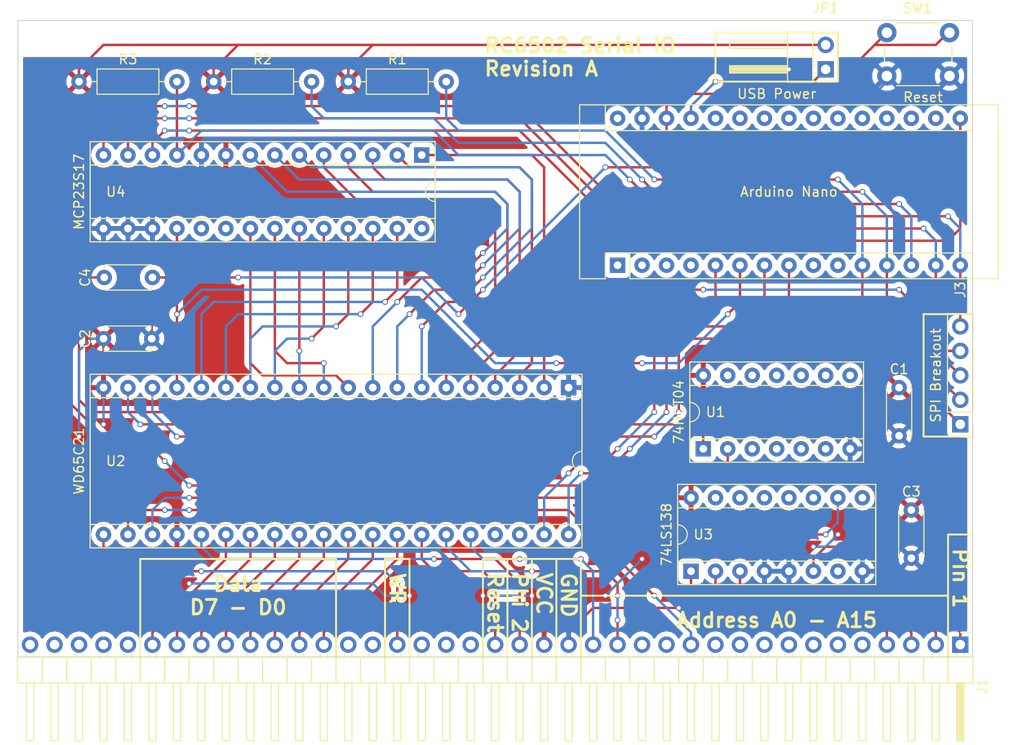
<source format=kicad_pcb>
(kicad_pcb (version 4) (host pcbnew 4.0.6)
  (layers (0 F.Cu signal) (31 B.Cu signal) (34 B.Paste user) (35 F.Paste user) (36 B.SilkS user) (37 F.SilkS user) (38 B.Mask user) (39 F.Mask user) (44 Edge.Cuts user))
  (net 0 "")
  (net 1 VCC)
  (net 2 GND)
  (net 3 OUT_DA)
  (net 4 "Net-(C4-Pad2)")
  (net 5 A15)
  (net 6 A14)
  (net 7 A13)
  (net 8 A12)
  (net 9 A4)
  (net 10 A1)
  (net 11 A0)
  (net 12 PHI2)
  (net 13 RESET)
  (net 14 WR)
  (net 15 D0)
  (net 16 D1)
  (net 17 D2)
  (net 18 D3)
  (net 19 D4)
  (net 20 D5)
  (net 21 D6)
  (net 22 D7)
  (net 23 KBD_READY)
  (net 24 KBD_DA)
  (net 25 OUT_READY)
  (net 26 /CS1)
  (net 27 "Net-(J2-Pad27)")
  (net 28 /CS2)
  (net 29 "Net-(J2-Pad28)")
  (net 30 "Net-(J2-Pad13)")
  (net 31 /MOSI)
  (net 32 /MISO)
  (net 33 /SCK)
  (net 34 "Net-(U1-Pad1)")
  (net 35 KBD_D0)
  (net 36 KBD_D1)
  (net 37 "Net-(U2-Pad23)")
  (net 38 KBD_D2)
  (net 39 KBD_D3)
  (net 40 KBD_D4)
  (net 41 KBD_D5)
  (net 42 KBD_D6)
  (net 43 KBD_D7)
  (net 44 OUT_D0)
  (net 45 OUT_D1)
  (net 46 OUT_D2)
  (net 47 OUT_D3)
  (net 48 OUT_D4)
  (net 49 OUT_D5)
  (net 50 OUT_D6)
  (module Capacitors_THT:C_Disc_D4.7mm_W2.5mm_P5.00mm (layer F.Cu) (at 190.5 106.68 270)
    (fp_text reference C1 (at -1.905 0 360) (layer F.SilkS))
    (fp_text value 100nF)
    (pad 1 thru_hole circle (at 0 0 270) (size 1.6 1.6) (drill 0.8) (layers *.Cu *.Mask) (net 1 VCC))
    (pad 2 thru_hole circle (at 5 0 270) (size 1.6 1.6) (drill 0.8) (layers *.Cu *.Mask) (net 2 GND))
  )
  (module Capacitors_THT:C_Disc_D4.7mm_W2.5mm_P5.00mm (layer F.Cu) (at 107.95 101.6)
    (fp_text reference C2 (at -1.905 0 90) (layer F.SilkS))
    (fp_text value 100nF)
    (pad 1 thru_hole circle (at 0 0) (size 1.6 1.6) (drill 0.8) (layers *.Cu *.Mask) (net 1 VCC))
    (pad 2 thru_hole circle (at 5 0) (size 1.6 1.6) (drill 0.8) (layers *.Cu *.Mask) (net 2 GND))
  )
  (module Capacitors_THT:C_Disc_D4.7mm_W2.5mm_P5.00mm (layer F.Cu) (at 191.77 119.38 270)
    (fp_text reference C3 (at -1.905 0 360) (layer F.SilkS))
    (fp_text value 100nF)
    (pad 1 thru_hole circle (at 0 0 270) (size 1.6 1.6) (drill 0.8) (layers *.Cu *.Mask) (net 1 VCC))
    (pad 2 thru_hole circle (at 5 0 270) (size 1.6 1.6) (drill 0.8) (layers *.Cu *.Mask) (net 2 GND))
  )
  (module Capacitors_THT:C_Disc_D4.7mm_W2.5mm_P5.00mm (layer F.Cu) (at 113.03 95.25 180)
    (fp_text reference C4 (at 6.985 0 270) (layer F.SilkS))
    (fp_text value 10nF)
    (pad 1 thru_hole circle (at 0 0 180) (size 1.6 1.6) (drill 0.8) (layers *.Cu *.Mask) (net 3 OUT_DA))
    (pad 2 thru_hole circle (at 5 0 180) (size 1.6 1.6) (drill 0.8) (layers *.Cu *.Mask) (net 4 "Net-(C4-Pad2)"))
  )
  (module Pin_Headers:Pin_Header_Angled_1x39_Pitch2.54mm (layer F.Cu) (at 196.85 133.35 270)
    (fp_text reference J1 (at 4.315 -2.27 270) (layer F.SilkS))
    (fp_text value CONN_01X39)
    (pad 1 thru_hole rect (at 0 0 270) (size 1.7 1.7) (drill 1) (layers *.Cu *.Mask) (net 5 A15))
    (pad 2 thru_hole oval (at 0 2.54 270) (size 1.7 1.7) (drill 1) (layers *.Cu *.Mask) (net 6 A14))
    (pad 3 thru_hole oval (at 0 5.08 270) (size 1.7 1.7) (drill 1) (layers *.Cu *.Mask) (net 7 A13))
    (pad 4 thru_hole oval (at 0 7.62 270) (size 1.7 1.7) (drill 1) (layers *.Cu *.Mask) (net 8 A12))
    (pad 5 thru_hole oval (at 0 10.16 270) (size 1.7 1.7) (drill 1) (layers *.Cu *.Mask))
    (pad 6 thru_hole oval (at 0 12.7 270) (size 1.7 1.7) (drill 1) (layers *.Cu *.Mask))
    (pad 7 thru_hole oval (at 0 15.24 270) (size 1.7 1.7) (drill 1) (layers *.Cu *.Mask))
    (pad 8 thru_hole oval (at 0 17.78 270) (size 1.7 1.7) (drill 1) (layers *.Cu *.Mask))
    (pad 9 thru_hole oval (at 0 20.32 270) (size 1.7 1.7) (drill 1) (layers *.Cu *.Mask))
    (pad 10 thru_hole oval (at 0 22.86 270) (size 1.7 1.7) (drill 1) (layers *.Cu *.Mask))
    (pad 11 thru_hole oval (at 0 25.4 270) (size 1.7 1.7) (drill 1) (layers *.Cu *.Mask))
    (pad 12 thru_hole oval (at 0 27.94 270) (size 1.7 1.7) (drill 1) (layers *.Cu *.Mask) (net 9 A4))
    (pad 13 thru_hole oval (at 0 30.48 270) (size 1.7 1.7) (drill 1) (layers *.Cu *.Mask))
    (pad 14 thru_hole oval (at 0 33.02 270) (size 1.7 1.7) (drill 1) (layers *.Cu *.Mask))
    (pad 15 thru_hole oval (at 0 35.56 270) (size 1.7 1.7) (drill 1) (layers *.Cu *.Mask) (net 10 A1))
    (pad 16 thru_hole oval (at 0 38.1 270) (size 1.7 1.7) (drill 1) (layers *.Cu *.Mask) (net 11 A0))
    (pad 17 thru_hole oval (at 0 40.64 270) (size 1.7 1.7) (drill 1) (layers *.Cu *.Mask) (net 2 GND))
    (pad 18 thru_hole oval (at 0 43.18 270) (size 1.7 1.7) (drill 1) (layers *.Cu *.Mask) (net 1 VCC))
    (pad 19 thru_hole oval (at 0 45.72 270) (size 1.7 1.7) (drill 1) (layers *.Cu *.Mask) (net 12 PHI2))
    (pad 20 thru_hole oval (at 0 48.26 270) (size 1.7 1.7) (drill 1) (layers *.Cu *.Mask) (net 13 RESET))
    (pad 21 thru_hole oval (at 0 50.8 270) (size 1.7 1.7) (drill 1) (layers *.Cu *.Mask))
    (pad 22 thru_hole oval (at 0 53.34 270) (size 1.7 1.7) (drill 1) (layers *.Cu *.Mask))
    (pad 23 thru_hole oval (at 0 55.88 270) (size 1.7 1.7) (drill 1) (layers *.Cu *.Mask))
    (pad 24 thru_hole oval (at 0 58.42 270) (size 1.7 1.7) (drill 1) (layers *.Cu *.Mask) (net 14 WR))
    (pad 25 thru_hole oval (at 0 60.96 270) (size 1.7 1.7) (drill 1) (layers *.Cu *.Mask))
    (pad 26 thru_hole oval (at 0 63.5 270) (size 1.7 1.7) (drill 1) (layers *.Cu *.Mask))
    (pad 27 thru_hole oval (at 0 66.04 270) (size 1.7 1.7) (drill 1) (layers *.Cu *.Mask) (net 15 D0))
    (pad 28 thru_hole oval (at 0 68.58 270) (size 1.7 1.7) (drill 1) (layers *.Cu *.Mask) (net 16 D1))
    (pad 29 thru_hole oval (at 0 71.12 270) (size 1.7 1.7) (drill 1) (layers *.Cu *.Mask) (net 17 D2))
    (pad 30 thru_hole oval (at 0 73.66 270) (size 1.7 1.7) (drill 1) (layers *.Cu *.Mask) (net 18 D3))
    (pad 31 thru_hole oval (at 0 76.2 270) (size 1.7 1.7) (drill 1) (layers *.Cu *.Mask) (net 19 D4))
    (pad 32 thru_hole oval (at 0 78.74 270) (size 1.7 1.7) (drill 1) (layers *.Cu *.Mask) (net 20 D5))
    (pad 33 thru_hole oval (at 0 81.28 270) (size 1.7 1.7) (drill 1) (layers *.Cu *.Mask) (net 21 D6))
    (pad 34 thru_hole oval (at 0 83.82 270) (size 1.7 1.7) (drill 1) (layers *.Cu *.Mask) (net 22 D7))
    (pad 35 thru_hole oval (at 0 86.36 270) (size 1.7 1.7) (drill 1) (layers *.Cu *.Mask))
    (pad 36 thru_hole oval (at 0 88.9 270) (size 1.7 1.7) (drill 1) (layers *.Cu *.Mask))
    (pad 37 thru_hole oval (at 0 91.44 270) (size 1.7 1.7) (drill 1) (layers *.Cu *.Mask))
    (pad 38 thru_hole oval (at 0 93.98 270) (size 1.7 1.7) (drill 1) (layers *.Cu *.Mask))
    (pad 39 thru_hole oval (at 0 96.52 270) (size 1.7 1.7) (drill 1) (layers *.Cu *.Mask))
  )
  (module Modules:Arduino_Nano (layer F.Cu) (at 161.29 93.98 90)
    (fp_text reference J2)
    (fp_text value "Arduino Nano" (at 7.62 17.78 180) (layer F.SilkS))
    (pad 1 thru_hole rect (at 0 0 90) (size 1.6 1.6) (drill 0.8) (layers *.Cu *.Mask))
    (pad 17 thru_hole oval (at 15.24 33.02 90) (size 1.6 1.6) (drill 0.8) (layers *.Cu *.Mask))
    (pad 2 thru_hole oval (at 0 2.54 90) (size 1.6 1.6) (drill 0.8) (layers *.Cu *.Mask))
    (pad 18 thru_hole oval (at 15.24 30.48 90) (size 1.6 1.6) (drill 0.8) (layers *.Cu *.Mask))
    (pad 3 thru_hole oval (at 0 5.08 90) (size 1.6 1.6) (drill 0.8) (layers *.Cu *.Mask))
    (pad 19 thru_hole oval (at 15.24 27.94 90) (size 1.6 1.6) (drill 0.8) (layers *.Cu *.Mask))
    (pad 4 thru_hole oval (at 0 7.62 90) (size 1.6 1.6) (drill 0.8) (layers *.Cu *.Mask))
    (pad 20 thru_hole oval (at 15.24 25.4 90) (size 1.6 1.6) (drill 0.8) (layers *.Cu *.Mask))
    (pad 5 thru_hole oval (at 0 10.16 90) (size 1.6 1.6) (drill 0.8) (layers *.Cu *.Mask) (net 23 KBD_READY))
    (pad 21 thru_hole oval (at 15.24 22.86 90) (size 1.6 1.6) (drill 0.8) (layers *.Cu *.Mask))
    (pad 6 thru_hole oval (at 0 12.7 90) (size 1.6 1.6) (drill 0.8) (layers *.Cu *.Mask) (net 3 OUT_DA))
    (pad 22 thru_hole oval (at 15.24 20.32 90) (size 1.6 1.6) (drill 0.8) (layers *.Cu *.Mask))
    (pad 7 thru_hole oval (at 0 15.24 90) (size 1.6 1.6) (drill 0.8) (layers *.Cu *.Mask) (net 24 KBD_DA))
    (pad 23 thru_hole oval (at 15.24 17.78 90) (size 1.6 1.6) (drill 0.8) (layers *.Cu *.Mask))
    (pad 8 thru_hole oval (at 0 17.78 90) (size 1.6 1.6) (drill 0.8) (layers *.Cu *.Mask) (net 25 OUT_READY))
    (pad 24 thru_hole oval (at 15.24 15.24 90) (size 1.6 1.6) (drill 0.8) (layers *.Cu *.Mask))
    (pad 9 thru_hole oval (at 0 20.32 90) (size 1.6 1.6) (drill 0.8) (layers *.Cu *.Mask))
    (pad 25 thru_hole oval (at 15.24 12.7 90) (size 1.6 1.6) (drill 0.8) (layers *.Cu *.Mask))
    (pad 10 thru_hole oval (at 0 22.86 90) (size 1.6 1.6) (drill 0.8) (layers *.Cu *.Mask))
    (pad 26 thru_hole oval (at 15.24 10.16 90) (size 1.6 1.6) (drill 0.8) (layers *.Cu *.Mask))
    (pad 11 thru_hole oval (at 0 25.4 90) (size 1.6 1.6) (drill 0.8) (layers *.Cu *.Mask) (net 26 /CS1))
    (pad 27 thru_hole oval (at 15.24 7.62 90) (size 1.6 1.6) (drill 0.8) (layers *.Cu *.Mask) (net 27 "Net-(J2-Pad27)"))
    (pad 12 thru_hole oval (at 0 27.94 90) (size 1.6 1.6) (drill 0.8) (layers *.Cu *.Mask) (net 28 /CS2))
    (pad 28 thru_hole oval (at 15.24 5.08 90) (size 1.6 1.6) (drill 0.8) (layers *.Cu *.Mask) (net 29 "Net-(J2-Pad28)"))
    (pad 13 thru_hole oval (at 0 30.48 90) (size 1.6 1.6) (drill 0.8) (layers *.Cu *.Mask) (net 30 "Net-(J2-Pad13)"))
    (pad 29 thru_hole oval (at 15.24 2.54 90) (size 1.6 1.6) (drill 0.8) (layers *.Cu *.Mask) (net 2 GND))
    (pad 14 thru_hole oval (at 0 33.02 90) (size 1.6 1.6) (drill 0.8) (layers *.Cu *.Mask) (net 31 /MOSI))
    (pad 30 thru_hole oval (at 15.24 0 90) (size 1.6 1.6) (drill 0.8) (layers *.Cu *.Mask))
    (pad 15 thru_hole oval (at 0 35.56 90) (size 1.6 1.6) (drill 0.8) (layers *.Cu *.Mask) (net 32 /MISO))
    (pad 16 thru_hole oval (at 15.24 35.56 90) (size 1.6 1.6) (drill 0.8) (layers *.Cu *.Mask) (net 33 /SCK))
  )
  (module Pin_Headers:Pin_Header_Straight_1x05_Pitch2.54mm (layer F.Cu) (at 196.85 110.49 180)
    (fp_text reference J3 (at 0 13.97 270) (layer F.SilkS))
    (fp_text value "SPI Breakout" (at 2.54 5.08 270) (layer F.SilkS))
    (pad 1 thru_hole rect (at 0 0 180) (size 1.7 1.7) (drill 1) (layers *.Cu *.Mask) (net 26 /CS1))
    (pad 2 thru_hole oval (at 0 2.54 180) (size 1.7 1.7) (drill 1) (layers *.Cu *.Mask) (net 28 /CS2))
    (pad 3 thru_hole oval (at 0 5.08 180) (size 1.7 1.7) (drill 1) (layers *.Cu *.Mask) (net 33 /SCK))
    (pad 4 thru_hole oval (at 0 7.62 180) (size 1.7 1.7) (drill 1) (layers *.Cu *.Mask) (net 31 /MOSI))
    (pad 5 thru_hole oval (at 0 10.16 180) (size 1.7 1.7) (drill 1) (layers *.Cu *.Mask) (net 32 /MISO))
  )
  (module Pin_Headers:Pin_Header_Angled_1x02_Pitch2.54mm (layer F.Cu) (at 182.88 73.66 180)
    (fp_text reference JP1 (at 0 6.35 180) (layer F.SilkS))
    (fp_text value "USB Power" (at 5.08 -2.54 180) (layer F.SilkS))
    (pad 1 thru_hole rect (at 0 0 180) (size 1.7 1.7) (drill 1) (layers *.Cu *.Mask) (net 27 "Net-(J2-Pad27)"))
    (pad 2 thru_hole oval (at 0 2.54 180) (size 1.7 1.7) (drill 1) (layers *.Cu *.Mask) (net 1 VCC))
  )
  (module Resistors_THT:R_Axial_DIN0207_L6.3mm_D2.5mm_P10.16mm_Horizontal (layer F.Cu) (at 133.35 74.93)
    (fp_text reference R1 (at 5.08 -2.31) (layer F.SilkS))
    (fp_text value 10k)
    (pad 1 thru_hole circle (at 0 0) (size 1.6 1.6) (drill 0.8) (layers *.Cu *.Mask) (net 1 VCC))
    (pad 2 thru_hole oval (at 10.16 0) (size 1.6 1.6) (drill 0.8) (layers *.Cu *.Mask) (net 26 /CS1))
  )
  (module Resistors_THT:R_Axial_DIN0207_L6.3mm_D2.5mm_P10.16mm_Horizontal (layer F.Cu) (at 119.38 74.93)
    (fp_text reference R2 (at 5.08 -2.31) (layer F.SilkS))
    (fp_text value 10k)
    (pad 1 thru_hole circle (at 0 0) (size 1.6 1.6) (drill 0.8) (layers *.Cu *.Mask) (net 1 VCC))
    (pad 2 thru_hole oval (at 10.16 0) (size 1.6 1.6) (drill 0.8) (layers *.Cu *.Mask) (net 28 /CS2))
  )
  (module Resistors_THT:R_Axial_DIN0207_L6.3mm_D2.5mm_P10.16mm_Horizontal (layer F.Cu) (at 105.41 74.93)
    (fp_text reference R3 (at 5.08 -2.31) (layer F.SilkS))
    (fp_text value 10k)
    (pad 1 thru_hole circle (at 0 0) (size 1.6 1.6) (drill 0.8) (layers *.Cu *.Mask) (net 1 VCC))
    (pad 2 thru_hole oval (at 10.16 0) (size 1.6 1.6) (drill 0.8) (layers *.Cu *.Mask) (net 30 "Net-(J2-Pad13)"))
  )
  (module Buttons_Switches_THT:SW_PUSH_6mm (layer F.Cu) (at 189.23 69.85)
    (fp_text reference SW1 (at 3.175 -2.54) (layer F.SilkS))
    (fp_text value Reset (at 3.75 6.7) (layer F.SilkS))
    (pad 2 thru_hole circle (at 0 4.5 90) (size 2 2) (drill 1.1) (layers *.Cu *.Mask) (net 2 GND))
    (pad 1 thru_hole circle (at 0 0 90) (size 2 2) (drill 1.1) (layers *.Cu *.Mask) (net 29 "Net-(J2-Pad28)"))
    (pad 2 thru_hole circle (at 6.5 4.5 90) (size 2 2) (drill 1.1) (layers *.Cu *.Mask) (net 2 GND))
    (pad 1 thru_hole circle (at 6.5 0 90) (size 2 2) (drill 1.1) (layers *.Cu *.Mask) (net 29 "Net-(J2-Pad28)"))
  )
  (module Housings_DIP:DIP-14_W7.62mm_Socket (layer F.Cu) (at 170.18 113.03 90)
    (fp_text reference U1 (at 3.81 1.27 180) (layer F.SilkS))
    (fp_text value 74HCT04 (at 3.81 -2.54 90) (layer F.SilkS))
    (pad 1 thru_hole rect (at 0 0 90) (size 1.6 1.6) (drill 0.8) (layers *.Cu *.Mask) (net 34 "Net-(U1-Pad1)"))
    (pad 8 thru_hole oval (at 7.62 15.24 90) (size 1.6 1.6) (drill 0.8) (layers *.Cu *.Mask))
    (pad 2 thru_hole oval (at 0 2.54 90) (size 1.6 1.6) (drill 0.8) (layers *.Cu *.Mask) (net 4 "Net-(C4-Pad2)"))
    (pad 9 thru_hole oval (at 7.62 12.7 90) (size 1.6 1.6) (drill 0.8) (layers *.Cu *.Mask))
    (pad 3 thru_hole oval (at 0 5.08 90) (size 1.6 1.6) (drill 0.8) (layers *.Cu *.Mask))
    (pad 10 thru_hole oval (at 7.62 10.16 90) (size 1.6 1.6) (drill 0.8) (layers *.Cu *.Mask))
    (pad 4 thru_hole oval (at 0 7.62 90) (size 1.6 1.6) (drill 0.8) (layers *.Cu *.Mask))
    (pad 11 thru_hole oval (at 7.62 7.62 90) (size 1.6 1.6) (drill 0.8) (layers *.Cu *.Mask))
    (pad 5 thru_hole oval (at 0 10.16 90) (size 1.6 1.6) (drill 0.8) (layers *.Cu *.Mask))
    (pad 12 thru_hole oval (at 7.62 5.08 90) (size 1.6 1.6) (drill 0.8) (layers *.Cu *.Mask))
    (pad 6 thru_hole oval (at 0 12.7 90) (size 1.6 1.6) (drill 0.8) (layers *.Cu *.Mask))
    (pad 13 thru_hole oval (at 7.62 2.54 90) (size 1.6 1.6) (drill 0.8) (layers *.Cu *.Mask))
    (pad 7 thru_hole oval (at 0 15.24 90) (size 1.6 1.6) (drill 0.8) (layers *.Cu *.Mask) (net 2 GND))
    (pad 14 thru_hole oval (at 7.62 0 90) (size 1.6 1.6) (drill 0.8) (layers *.Cu *.Mask) (net 1 VCC))
  )
  (module Housings_DIP:DIP-40_W15.24mm_Socket (layer F.Cu) (at 156.21 106.68 270)
    (fp_text reference U2 (at 7.62 46.99 360) (layer F.SilkS))
    (fp_text value WD65C21 (at 7.62 50.8 270) (layer F.SilkS))
    (pad 1 thru_hole rect (at 0 0 270) (size 1.6 1.6) (drill 0.8) (layers *.Cu *.Mask) (net 2 GND))
    (pad 21 thru_hole oval (at 15.24 48.26 270) (size 1.6 1.6) (drill 0.8) (layers *.Cu *.Mask) (net 14 WR))
    (pad 2 thru_hole oval (at 0 2.54 270) (size 1.6 1.6) (drill 0.8) (layers *.Cu *.Mask) (net 35 KBD_D0))
    (pad 22 thru_hole oval (at 15.24 45.72 270) (size 1.6 1.6) (drill 0.8) (layers *.Cu *.Mask) (net 9 A4))
    (pad 3 thru_hole oval (at 0 5.08 270) (size 1.6 1.6) (drill 0.8) (layers *.Cu *.Mask) (net 36 KBD_D1))
    (pad 23 thru_hole oval (at 15.24 43.18 270) (size 1.6 1.6) (drill 0.8) (layers *.Cu *.Mask) (net 37 "Net-(U2-Pad23)"))
    (pad 4 thru_hole oval (at 0 7.62 270) (size 1.6 1.6) (drill 0.8) (layers *.Cu *.Mask) (net 38 KBD_D2))
    (pad 24 thru_hole oval (at 15.24 40.64 270) (size 1.6 1.6) (drill 0.8) (layers *.Cu *.Mask) (net 1 VCC))
    (pad 5 thru_hole oval (at 0 10.16 270) (size 1.6 1.6) (drill 0.8) (layers *.Cu *.Mask) (net 39 KBD_D3))
    (pad 25 thru_hole oval (at 15.24 38.1 270) (size 1.6 1.6) (drill 0.8) (layers *.Cu *.Mask) (net 12 PHI2))
    (pad 6 thru_hole oval (at 0 12.7 270) (size 1.6 1.6) (drill 0.8) (layers *.Cu *.Mask) (net 40 KBD_D4))
    (pad 26 thru_hole oval (at 15.24 35.56 270) (size 1.6 1.6) (drill 0.8) (layers *.Cu *.Mask) (net 22 D7))
    (pad 7 thru_hole oval (at 0 15.24 270) (size 1.6 1.6) (drill 0.8) (layers *.Cu *.Mask) (net 41 KBD_D5))
    (pad 27 thru_hole oval (at 15.24 33.02 270) (size 1.6 1.6) (drill 0.8) (layers *.Cu *.Mask) (net 21 D6))
    (pad 8 thru_hole oval (at 0 17.78 270) (size 1.6 1.6) (drill 0.8) (layers *.Cu *.Mask) (net 42 KBD_D6))
    (pad 28 thru_hole oval (at 15.24 30.48 270) (size 1.6 1.6) (drill 0.8) (layers *.Cu *.Mask) (net 20 D5))
    (pad 9 thru_hole oval (at 0 20.32 270) (size 1.6 1.6) (drill 0.8) (layers *.Cu *.Mask) (net 43 KBD_D7))
    (pad 29 thru_hole oval (at 15.24 27.94 270) (size 1.6 1.6) (drill 0.8) (layers *.Cu *.Mask) (net 19 D4))
    (pad 10 thru_hole oval (at 0 22.86 270) (size 1.6 1.6) (drill 0.8) (layers *.Cu *.Mask) (net 44 OUT_D0))
    (pad 30 thru_hole oval (at 15.24 25.4 270) (size 1.6 1.6) (drill 0.8) (layers *.Cu *.Mask) (net 18 D3))
    (pad 11 thru_hole oval (at 0 25.4 270) (size 1.6 1.6) (drill 0.8) (layers *.Cu *.Mask) (net 45 OUT_D1))
    (pad 31 thru_hole oval (at 15.24 22.86 270) (size 1.6 1.6) (drill 0.8) (layers *.Cu *.Mask) (net 17 D2))
    (pad 12 thru_hole oval (at 0 27.94 270) (size 1.6 1.6) (drill 0.8) (layers *.Cu *.Mask) (net 46 OUT_D2))
    (pad 32 thru_hole oval (at 15.24 20.32 270) (size 1.6 1.6) (drill 0.8) (layers *.Cu *.Mask) (net 16 D1))
    (pad 13 thru_hole oval (at 0 30.48 270) (size 1.6 1.6) (drill 0.8) (layers *.Cu *.Mask) (net 47 OUT_D3))
    (pad 33 thru_hole oval (at 15.24 17.78 270) (size 1.6 1.6) (drill 0.8) (layers *.Cu *.Mask) (net 15 D0))
    (pad 14 thru_hole oval (at 0 33.02 270) (size 1.6 1.6) (drill 0.8) (layers *.Cu *.Mask) (net 48 OUT_D4))
    (pad 34 thru_hole oval (at 15.24 15.24 270) (size 1.6 1.6) (drill 0.8) (layers *.Cu *.Mask) (net 13 RESET))
    (pad 15 thru_hole oval (at 0 35.56 270) (size 1.6 1.6) (drill 0.8) (layers *.Cu *.Mask) (net 49 OUT_D5))
    (pad 35 thru_hole oval (at 15.24 12.7 270) (size 1.6 1.6) (drill 0.8) (layers *.Cu *.Mask) (net 10 A1))
    (pad 16 thru_hole oval (at 0 38.1 270) (size 1.6 1.6) (drill 0.8) (layers *.Cu *.Mask) (net 50 OUT_D6))
    (pad 36 thru_hole oval (at 15.24 10.16 270) (size 1.6 1.6) (drill 0.8) (layers *.Cu *.Mask) (net 11 A0))
    (pad 17 thru_hole oval (at 0 40.64 270) (size 1.6 1.6) (drill 0.8) (layers *.Cu *.Mask) (net 3 OUT_DA))
    (pad 37 thru_hole oval (at 15.24 7.62 270) (size 1.6 1.6) (drill 0.8) (layers *.Cu *.Mask))
    (pad 18 thru_hole oval (at 0 43.18 270) (size 1.6 1.6) (drill 0.8) (layers *.Cu *.Mask) (net 25 OUT_READY))
    (pad 38 thru_hole oval (at 15.24 5.08 270) (size 1.6 1.6) (drill 0.8) (layers *.Cu *.Mask))
    (pad 19 thru_hole oval (at 0 45.72 270) (size 1.6 1.6) (drill 0.8) (layers *.Cu *.Mask) (net 34 "Net-(U1-Pad1)"))
    (pad 39 thru_hole oval (at 15.24 2.54 270) (size 1.6 1.6) (drill 0.8) (layers *.Cu *.Mask) (net 23 KBD_READY))
    (pad 20 thru_hole oval (at 0 48.26 270) (size 1.6 1.6) (drill 0.8) (layers *.Cu *.Mask) (net 1 VCC))
    (pad 40 thru_hole oval (at 15.24 0 270) (size 1.6 1.6) (drill 0.8) (layers *.Cu *.Mask) (net 24 KBD_DA))
  )
  (module Housings_DIP:DIP-16_W7.62mm_Socket (layer F.Cu) (at 168.91 125.73 90)
    (fp_text reference U3 (at 3.81 1.27 180) (layer F.SilkS))
    (fp_text value 74LS138 (at 3.81 -2.54 90) (layer F.SilkS))
    (pad 1 thru_hole rect (at 0 0 90) (size 1.6 1.6) (drill 0.8) (layers *.Cu *.Mask) (net 8 A12))
    (pad 9 thru_hole oval (at 7.62 17.78 90) (size 1.6 1.6) (drill 0.8) (layers *.Cu *.Mask))
    (pad 2 thru_hole oval (at 0 2.54 90) (size 1.6 1.6) (drill 0.8) (layers *.Cu *.Mask) (net 7 A13))
    (pad 10 thru_hole oval (at 7.62 15.24 90) (size 1.6 1.6) (drill 0.8) (layers *.Cu *.Mask) (net 37 "Net-(U2-Pad23)"))
    (pad 3 thru_hole oval (at 0 5.08 90) (size 1.6 1.6) (drill 0.8) (layers *.Cu *.Mask) (net 6 A14))
    (pad 11 thru_hole oval (at 7.62 12.7 90) (size 1.6 1.6) (drill 0.8) (layers *.Cu *.Mask))
    (pad 4 thru_hole oval (at 0 7.62 90) (size 1.6 1.6) (drill 0.8) (layers *.Cu *.Mask) (net 2 GND))
    (pad 12 thru_hole oval (at 7.62 10.16 90) (size 1.6 1.6) (drill 0.8) (layers *.Cu *.Mask))
    (pad 5 thru_hole oval (at 0 10.16 90) (size 1.6 1.6) (drill 0.8) (layers *.Cu *.Mask) (net 2 GND))
    (pad 13 thru_hole oval (at 7.62 7.62 90) (size 1.6 1.6) (drill 0.8) (layers *.Cu *.Mask))
    (pad 6 thru_hole oval (at 0 12.7 90) (size 1.6 1.6) (drill 0.8) (layers *.Cu *.Mask) (net 5 A15))
    (pad 14 thru_hole oval (at 7.62 5.08 90) (size 1.6 1.6) (drill 0.8) (layers *.Cu *.Mask))
    (pad 7 thru_hole oval (at 0 15.24 90) (size 1.6 1.6) (drill 0.8) (layers *.Cu *.Mask))
    (pad 15 thru_hole oval (at 7.62 2.54 90) (size 1.6 1.6) (drill 0.8) (layers *.Cu *.Mask))
    (pad 8 thru_hole oval (at 0 17.78 90) (size 1.6 1.6) (drill 0.8) (layers *.Cu *.Mask) (net 2 GND))
    (pad 16 thru_hole oval (at 7.62 0 90) (size 1.6 1.6) (drill 0.8) (layers *.Cu *.Mask) (net 1 VCC))
  )
  (module Housings_DIP:DIP-28_W7.62mm_Socket (layer F.Cu) (at 140.97 82.55 270)
    (fp_text reference U4 (at 3.81 31.75 360) (layer F.SilkS))
    (fp_text value MCP23S17 (at 3.81 35.56 270) (layer F.SilkS))
    (pad 1 thru_hole rect (at 0 0 270) (size 1.6 1.6) (drill 0.8) (layers *.Cu *.Mask) (net 35 KBD_D0))
    (pad 15 thru_hole oval (at 7.62 33.02 270) (size 1.6 1.6) (drill 0.8) (layers *.Cu *.Mask) (net 2 GND))
    (pad 2 thru_hole oval (at 0 2.54 270) (size 1.6 1.6) (drill 0.8) (layers *.Cu *.Mask) (net 36 KBD_D1))
    (pad 16 thru_hole oval (at 7.62 30.48 270) (size 1.6 1.6) (drill 0.8) (layers *.Cu *.Mask) (net 2 GND))
    (pad 3 thru_hole oval (at 0 5.08 270) (size 1.6 1.6) (drill 0.8) (layers *.Cu *.Mask) (net 38 KBD_D2))
    (pad 17 thru_hole oval (at 7.62 27.94 270) (size 1.6 1.6) (drill 0.8) (layers *.Cu *.Mask) (net 2 GND))
    (pad 4 thru_hole oval (at 0 7.62 270) (size 1.6 1.6) (drill 0.8) (layers *.Cu *.Mask) (net 39 KBD_D3))
    (pad 18 thru_hole oval (at 7.62 25.4 270) (size 1.6 1.6) (drill 0.8) (layers *.Cu *.Mask) (net 29 "Net-(J2-Pad28)"))
    (pad 5 thru_hole oval (at 0 10.16 270) (size 1.6 1.6) (drill 0.8) (layers *.Cu *.Mask) (net 40 KBD_D4))
    (pad 19 thru_hole oval (at 7.62 22.86 270) (size 1.6 1.6) (drill 0.8) (layers *.Cu *.Mask))
    (pad 6 thru_hole oval (at 0 12.7 270) (size 1.6 1.6) (drill 0.8) (layers *.Cu *.Mask) (net 41 KBD_D5))
    (pad 20 thru_hole oval (at 7.62 20.32 270) (size 1.6 1.6) (drill 0.8) (layers *.Cu *.Mask))
    (pad 7 thru_hole oval (at 0 15.24 270) (size 1.6 1.6) (drill 0.8) (layers *.Cu *.Mask) (net 42 KBD_D6))
    (pad 21 thru_hole oval (at 7.62 17.78 270) (size 1.6 1.6) (drill 0.8) (layers *.Cu *.Mask) (net 44 OUT_D0))
    (pad 8 thru_hole oval (at 0 17.78 270) (size 1.6 1.6) (drill 0.8) (layers *.Cu *.Mask) (net 43 KBD_D7))
    (pad 22 thru_hole oval (at 7.62 15.24 270) (size 1.6 1.6) (drill 0.8) (layers *.Cu *.Mask) (net 45 OUT_D1))
    (pad 9 thru_hole oval (at 0 20.32 270) (size 1.6 1.6) (drill 0.8) (layers *.Cu *.Mask) (net 1 VCC))
    (pad 23 thru_hole oval (at 7.62 12.7 270) (size 1.6 1.6) (drill 0.8) (layers *.Cu *.Mask) (net 46 OUT_D2))
    (pad 10 thru_hole oval (at 0 22.86 270) (size 1.6 1.6) (drill 0.8) (layers *.Cu *.Mask) (net 2 GND))
    (pad 24 thru_hole oval (at 7.62 10.16 270) (size 1.6 1.6) (drill 0.8) (layers *.Cu *.Mask) (net 47 OUT_D3))
    (pad 11 thru_hole oval (at 0 25.4 270) (size 1.6 1.6) (drill 0.8) (layers *.Cu *.Mask) (net 30 "Net-(J2-Pad13)"))
    (pad 25 thru_hole oval (at 7.62 7.62 270) (size 1.6 1.6) (drill 0.8) (layers *.Cu *.Mask) (net 48 OUT_D4))
    (pad 12 thru_hole oval (at 0 27.94 270) (size 1.6 1.6) (drill 0.8) (layers *.Cu *.Mask) (net 33 /SCK))
    (pad 26 thru_hole oval (at 7.62 5.08 270) (size 1.6 1.6) (drill 0.8) (layers *.Cu *.Mask) (net 49 OUT_D5))
    (pad 13 thru_hole oval (at 0 30.48 270) (size 1.6 1.6) (drill 0.8) (layers *.Cu *.Mask) (net 31 /MOSI))
    (pad 27 thru_hole oval (at 7.62 2.54 270) (size 1.6 1.6) (drill 0.8) (layers *.Cu *.Mask) (net 50 OUT_D6))
    (pad 14 thru_hole oval (at 0 33.02 270) (size 1.6 1.6) (drill 0.8) (layers *.Cu *.Mask) (net 32 /MISO))
    (pad 28 thru_hole oval (at 7.62 0 270) (size 1.6 1.6) (drill 0.8) (layers *.Cu *.Mask))
  )
  (gr_text "RC6502 Serial IO\nRevision A" (at 147.32 72.39) (layer F.SilkS) (effects (font (size 1.5 1.5) (thickness 0.3)) (justify left)))
  (gr_text "Address A0 - A15" (at 177.8 130.81) (layer F.SilkS) (effects (font (size 1.5 1.5) (thickness 0.3))))
  (gr_text "Data\nD7 - D0" (at 121.92 128.27) (layer F.SilkS) (effects (font (size 1.5 1.5) (thickness 0.3))))
  (gr_text GND (at 156.21 125.73 270) (layer F.SilkS) (effects (font (size 1.5 1.5) (thickness 0.3)) (justify left)))
  (gr_text VCC (at 153.67 125.73 270) (layer F.SilkS) (effects (font (size 1.5 1.5) (thickness 0.3)) (justify left)))
  (gr_text "Phi 2" (at 151.13 125.73 270) (layer F.SilkS) (effects (font (size 1.5 1.5) (thickness 0.3)) (justify left)))
  (gr_text WR (at 138.43 125.73 270) (layer F.SilkS) (effects (font (size 1.5 1.5) (thickness 0.3)) (justify left)))
  (gr_line (start 157.48 128.27) (end 195.58 128.27) (angle 90) (layer F.SilkS) (width 0.2))
  (gr_line (start 157.48 124.46) (end 157.48 134.62) (angle 90) (layer F.SilkS) (width 0.2))
  (gr_line (start 154.94 124.46) (end 157.48 124.46) (angle 90) (layer F.SilkS) (width 0.2))
  (gr_line (start 154.94 124.46) (end 154.94 134.62) (angle 90) (layer F.SilkS) (width 0.2))
  (gr_line (start 152.4 124.46) (end 154.94 124.46) (angle 90) (layer F.SilkS) (width 0.2))
  (gr_line (start 152.4 124.46) (end 152.4 134.62) (angle 90) (layer F.SilkS) (width 0.2))
  (gr_line (start 149.86 124.46) (end 152.4 124.46) (angle 90) (layer F.SilkS) (width 0.2))
  (gr_line (start 147.32 124.46) (end 147.32 134.62) (angle 90) (layer F.SilkS) (width 0.2))
  (gr_text Reset (at 148.59 125.73 270) (layer F.SilkS) (effects (font (size 1.5 1.5) (thickness 0.3)) (justify left)))
  (gr_line (start 149.86 124.46) (end 149.86 134.62) (angle 90) (layer F.SilkS) (width 0.2))
  (gr_line (start 147.32 124.46) (end 149.86 124.46) (angle 90) (layer F.SilkS) (width 0.2))
  (gr_line (start 139.7 124.46) (end 139.7 134.62) (angle 90) (layer F.SilkS) (width 0.2))
  (gr_line (start 137.16 124.46) (end 139.7 124.46) (angle 90) (layer F.SilkS) (width 0.2))
  (gr_line (start 137.16 134.62) (end 137.16 124.46) (angle 90) (layer F.SilkS) (width 0.2))
  (gr_line (start 132.08 124.46) (end 132.08 134.62) (angle 90) (layer F.SilkS) (width 0.2))
  (gr_line (start 111.76 124.46) (end 132.08 124.46) (angle 90) (layer F.SilkS) (width 0.2))
  (gr_line (start 111.76 134.62) (end 111.76 124.46) (angle 90) (layer F.SilkS) (width 0.2))
  (gr_text "Pin 1" (at 196.85 123.19 270) (layer F.SilkS) (effects (font (size 1.5 1.5) (thickness 0.3)) (justify left)))
  (gr_line (start 195.58 121.92) (end 198.12 121.92) (angle 90) (layer F.SilkS) (width 0.2))
  (gr_line (start 195.58 134.62) (end 195.58 121.92) (angle 90) (layer F.SilkS) (width 0.2))
  (gr_line (start 193.04 99.06) (end 198.12 99.06) (angle 90) (layer F.SilkS) (width 0.2))
  (gr_line (start 193.04 111.76) (end 193.04 99.06) (angle 90) (layer F.SilkS) (width 0.2))
  (gr_line (start 198.12 111.76) (end 193.04 111.76) (angle 90) (layer F.SilkS) (width 0.2))
  (gr_line (start 198.12 134.62) (end 198.12 68.58) (angle 90) (layer Edge.Cuts) (width 0.1))
  (gr_line (start 184.15 74.93) (end 184.15 69.85) (angle 90) (layer F.SilkS) (width 0.2))
  (gr_line (start 171.45 74.93) (end 184.15 74.93) (angle 90) (layer F.SilkS) (width 0.2))
  (gr_line (start 171.45 69.85) (end 171.45 74.93) (angle 90) (layer F.SilkS) (width 0.2))
  (gr_line (start 184.15 69.85) (end 171.45 69.85) (angle 90) (layer F.SilkS) (width 0.2))
  (gr_line (start 99.06 134.62) (end 99.06 68.58) (angle 90) (layer Edge.Cuts) (width 0.1))
  (gr_line (start 198.12 68.58) (end 99.06 68.58) (angle 90) (layer Edge.Cuts) (width 0.1))
  (gr_line (start 99.06 134.62) (end 198.12 134.62) (angle 90) (layer Edge.Cuts) (width 0.1))
  (segment (start 105.41 74.93) (end 105.41 73.66) (width 0.25) (layer F.Cu) (net 1))
  (segment (start 107.95 71.12) (end 121.92 71.12) (width 0.25) (layer F.Cu) (net 1))
  (segment (start 105.41 73.66) (end 107.95 71.12) (width 0.25) (layer F.Cu) (net 1))
  (segment (start 135.89 71.12) (end 121.92 71.12) (width 0.25) (layer F.Cu) (net 1))
  (segment (start 119.38 73.66) (end 119.38 74.93) (width 0.25) (layer F.Cu) (net 1))
  (segment (start 121.92 71.12) (end 119.38 73.66) (width 0.25) (layer F.Cu) (net 1))
  (segment (start 182.88 71.12) (end 135.89 71.12) (width 0.25) (layer F.Cu) (net 1))
  (segment (start 133.35 73.66) (end 133.35 74.93) (width 0.25) (layer F.Cu) (net 1))
  (segment (start 135.89 71.12) (end 133.35 73.66) (width 0.25) (layer F.Cu) (net 1))
  (segment (start 190.5 120.65) (end 189.23 121.92) (width 0.25) (layer F.Cu) (net 1))
  (segment (start 157.48 128.27) (end 153.67 132.08) (width 0.25) (layer F.Cu) (net 1))
  (segment (start 160.02 128.27) (end 157.48 128.27) (width 0.25) (layer F.Cu) (net 1))
  (via (at 160.02 128.27) (size 0.6) (drill 0.4) (layers F.Cu B.Cu) (net 1))
  (segment (start 163.83 124.46) (end 160.02 128.27) (width 0.25) (layer B.Cu) (net 1))
  (via (at 163.83 124.46) (size 0.6) (drill 0.4) (layers F.Cu B.Cu) (net 1))
  (segment (start 165.1 123.19) (end 163.83 124.46) (width 0.25) (layer F.Cu) (net 1))
  (segment (start 181.61 123.19) (end 165.1 123.19) (width 0.25) (layer F.Cu) (net 1))
  (via (at 181.61 123.19) (size 0.6) (drill 0.4) (layers F.Cu B.Cu) (net 1))
  (segment (start 182.88 123.19) (end 181.61 123.19) (width 0.25) (layer B.Cu) (net 1))
  (segment (start 184.15 121.92) (end 182.88 123.19) (width 0.25) (layer B.Cu) (net 1))
  (via (at 184.15 121.92) (size 0.6) (drill 0.4) (layers F.Cu B.Cu) (net 1))
  (segment (start 189.23 121.92) (end 184.15 121.92) (width 0.25) (layer F.Cu) (net 1))
  (segment (start 107.95 101.6) (end 106.68 101.6) (width 0.25) (layer B.Cu) (net 1))
  (segment (start 106.68 101.6) (end 105.41 102.87) (width 0.25) (layer B.Cu) (net 1))
  (segment (start 105.41 102.87) (end 105.41 111.76) (width 0.25) (layer B.Cu) (net 1))
  (via (at 105.41 111.76) (size 0.6) (drill 0.4) (layers F.Cu B.Cu) (net 1))
  (segment (start 105.41 111.76) (end 105.41 124.46) (width 0.25) (layer F.Cu) (net 1))
  (segment (start 105.41 124.46) (end 107.95 127) (width 0.25) (layer F.Cu) (net 1))
  (segment (start 107.95 127) (end 116.84 127) (width 0.25) (layer F.Cu) (net 1))
  (via (at 116.84 127) (size 0.6) (drill 0.4) (layers F.Cu B.Cu) (net 1))
  (segment (start 116.84 127) (end 135.89 127) (width 0.25) (layer B.Cu) (net 1))
  (segment (start 135.89 127) (end 137.16 128.27) (width 0.25) (layer B.Cu) (net 1))
  (segment (start 137.16 128.27) (end 139.7 128.27) (width 0.25) (layer B.Cu) (net 1))
  (via (at 139.7 128.27) (size 0.6) (drill 0.4) (layers F.Cu B.Cu) (net 1))
  (segment (start 139.7 128.27) (end 147.32 128.27) (width 0.25) (layer F.Cu) (net 1))
  (via (at 147.32 128.27) (size 0.6) (drill 0.4) (layers F.Cu B.Cu) (net 1))
  (segment (start 147.32 128.27) (end 152.4 128.27) (width 0.25) (layer B.Cu) (net 1))
  (via (at 152.4 128.27) (size 0.6) (drill 0.4) (layers F.Cu B.Cu) (net 1))
  (segment (start 152.4 128.27) (end 153.67 129.54) (width 0.25) (layer F.Cu) (net 1))
  (segment (start 153.67 129.54) (end 153.67 132.08) (width 0.25) (layer F.Cu) (net 1))
  (segment (start 153.67 132.08) (end 153.67 133.35) (width 0.25) (layer F.Cu) (net 1))
  (segment (start 107.95 106.68) (end 107.95 110.49) (width 0.25) (layer B.Cu) (net 1))
  (segment (start 115.57 113.03) (end 115.57 121.92) (width 0.25) (layer F.Cu) (net 1))
  (segment (start 114.3 111.76) (end 115.57 113.03) (width 0.25) (layer F.Cu) (net 1))
  (segment (start 109.22 111.76) (end 114.3 111.76) (width 0.25) (layer F.Cu) (net 1))
  (segment (start 107.95 110.49) (end 109.22 111.76) (width 0.25) (layer F.Cu) (net 1))
  (via (at 107.95 110.49) (size 0.6) (drill 0.4) (layers F.Cu B.Cu) (net 1))
  (segment (start 107.95 106.68) (end 107.95 101.6) (width 0.25) (layer F.Cu) (net 1))
  (segment (start 170.18 105.41) (end 170.18 106.68) (width 0.25) (layer F.Cu) (net 1))
  (segment (start 189.23 107.95) (end 190.5 106.68) (width 0.25) (layer F.Cu) (net 1))
  (segment (start 171.45 107.95) (end 189.23 107.95) (width 0.25) (layer F.Cu) (net 1))
  (segment (start 170.18 106.68) (end 171.45 107.95) (width 0.25) (layer F.Cu) (net 1))
  (segment (start 168.91 118.11) (end 168.91 119.38) (width 0.25) (layer F.Cu) (net 1))
  (segment (start 190.5 120.65) (end 191.77 119.38) (width 0.25) (layer F.Cu) (net 1))
  (segment (start 170.18 120.65) (end 190.5 120.65) (width 0.25) (layer F.Cu) (net 1))
  (segment (start 168.91 119.38) (end 170.18 120.65) (width 0.25) (layer F.Cu) (net 1))
  (segment (start 187.96 76.2) (end 194.31 76.2) (width 0.25) (layer B.Cu) (net 2))
  (segment (start 194.31 76.2) (end 195.73 74.78) (width 0.25) (layer B.Cu) (net 2))
  (segment (start 195.73 74.78) (end 195.73 74.35) (width 0.25) (layer B.Cu) (net 2))
  (segment (start 163.83 78.74) (end 163.83 77.47) (width 0.25) (layer F.Cu) (net 2))
  (segment (start 187.96 76.2) (end 189.23 74.93) (width 0.25) (layer B.Cu) (net 2))
  (segment (start 186.69 76.2) (end 187.96 76.2) (width 0.25) (layer B.Cu) (net 2))
  (segment (start 181.61 76.2) (end 186.69 76.2) (width 0.25) (layer B.Cu) (net 2))
  (segment (start 179.07 73.66) (end 181.61 76.2) (width 0.25) (layer B.Cu) (net 2))
  (via (at 179.07 73.66) (size 0.6) (drill 0.4) (layers F.Cu B.Cu) (net 2))
  (segment (start 171.45 73.66) (end 179.07 73.66) (width 0.25) (layer F.Cu) (net 2))
  (segment (start 170.18 74.93) (end 171.45 73.66) (width 0.25) (layer F.Cu) (net 2))
  (segment (start 166.37 74.93) (end 170.18 74.93) (width 0.25) (layer F.Cu) (net 2))
  (segment (start 163.83 77.47) (end 166.37 74.93) (width 0.25) (layer F.Cu) (net 2))
  (segment (start 189.23 74.93) (end 189.23 74.35) (width 0.25) (layer B.Cu) (net 2))
  (segment (start 112.95 101.6) (end 112.95 100.25) (width 0.25) (layer F.Cu) (net 2))
  (segment (start 156.21 107.95) (end 156.21 106.68) (width 0.25) (layer F.Cu) (net 2))
  (segment (start 154.94 109.22) (end 156.21 107.95) (width 0.25) (layer F.Cu) (net 2))
  (segment (start 106.68 109.22) (end 154.94 109.22) (width 0.25) (layer F.Cu) (net 2))
  (segment (start 105.41 107.95) (end 106.68 109.22) (width 0.25) (layer F.Cu) (net 2))
  (segment (start 105.41 100.33) (end 105.41 107.95) (width 0.25) (layer F.Cu) (net 2))
  (segment (start 106.68 99.06) (end 105.41 100.33) (width 0.25) (layer F.Cu) (net 2))
  (segment (start 111.76 99.06) (end 106.68 99.06) (width 0.25) (layer F.Cu) (net 2))
  (segment (start 112.95 100.25) (end 111.76 99.06) (width 0.25) (layer F.Cu) (net 2))
  (segment (start 170.18 129.54) (end 167.64 129.54) (width 0.25) (layer B.Cu) (net 2))
  (segment (start 158.75 129.54) (end 157.48 130.81) (width 0.25) (layer F.Cu) (net 2))
  (segment (start 167.64 129.54) (end 158.75 129.54) (width 0.25) (layer F.Cu) (net 2))
  (via (at 167.64 129.54) (size 0.6) (drill 0.4) (layers F.Cu B.Cu) (net 2))
  (segment (start 186.69 125.73) (end 186.69 128.27) (width 0.25) (layer B.Cu) (net 2))
  (segment (start 185.42 129.54) (end 177.8 129.54) (width 0.25) (layer B.Cu) (net 2))
  (segment (start 186.69 128.27) (end 185.42 129.54) (width 0.25) (layer B.Cu) (net 2))
  (segment (start 179.07 125.73) (end 179.07 128.27) (width 0.25) (layer B.Cu) (net 2))
  (segment (start 179.07 128.27) (end 177.8 129.54) (width 0.25) (layer B.Cu) (net 2))
  (segment (start 177.8 129.54) (end 175.26 129.54) (width 0.25) (layer B.Cu) (net 2))
  (segment (start 156.21 133.35) (end 156.21 132.08) (width 0.25) (layer F.Cu) (net 2))
  (segment (start 176.53 128.27) (end 176.53 125.73) (width 0.25) (layer B.Cu) (net 2))
  (segment (start 175.26 129.54) (end 176.53 128.27) (width 0.25) (layer B.Cu) (net 2))
  (segment (start 170.18 129.54) (end 175.26 129.54) (width 0.25) (layer B.Cu) (net 2))
  (segment (start 156.21 132.08) (end 157.48 130.81) (width 0.25) (layer F.Cu) (net 2))
  (segment (start 185.42 113.03) (end 189.15 113.03) (width 0.25) (layer F.Cu) (net 2))
  (segment (start 189.15 113.03) (end 190.5 111.68) (width 0.25) (layer F.Cu) (net 2))
  (segment (start 186.69 125.73) (end 189.23 125.73) (width 0.25) (layer B.Cu) (net 2))
  (segment (start 189.23 125.73) (end 190.42 125.73) (width 0.25) (layer B.Cu) (net 2))
  (segment (start 190.42 125.73) (end 191.77 124.38) (width 0.25) (layer B.Cu) (net 2))
  (segment (start 173.99 93.98) (end 173.99 97.79) (width 0.25) (layer F.Cu) (net 3))
  (via (at 115.57 99.06) (size 0.6) (drill 0.4) (layers F.Cu B.Cu) (net 3))
  (segment (start 118.11 96.52) (end 115.57 99.06) (width 0.25) (layer B.Cu) (net 3))
  (segment (start 140.97 96.52) (end 118.11 96.52) (width 0.25) (layer B.Cu) (net 3))
  (segment (start 148.59 104.14) (end 140.97 96.52) (width 0.25) (layer B.Cu) (net 3))
  (segment (start 154.94 104.14) (end 148.59 104.14) (width 0.25) (layer B.Cu) (net 3))
  (via (at 154.94 104.14) (size 0.6) (drill 0.4) (layers F.Cu B.Cu) (net 3))
  (segment (start 163.83 104.14) (end 154.94 104.14) (width 0.25) (layer F.Cu) (net 3))
  (via (at 163.83 104.14) (size 0.6) (drill 0.4) (layers F.Cu B.Cu) (net 3))
  (segment (start 167.64 104.14) (end 163.83 104.14) (width 0.25) (layer B.Cu) (net 3))
  (segment (start 172.72 99.06) (end 167.64 104.14) (width 0.25) (layer B.Cu) (net 3))
  (via (at 172.72 99.06) (size 0.6) (drill 0.4) (layers F.Cu B.Cu) (net 3))
  (segment (start 173.99 97.79) (end 172.72 99.06) (width 0.25) (layer F.Cu) (net 3))
  (segment (start 115.57 106.68) (end 115.57 99.06) (width 0.25) (layer F.Cu) (net 3))
  (segment (start 115.57 99.06) (end 115.57 96.52) (width 0.25) (layer F.Cu) (net 3))
  (segment (start 114.3 95.25) (end 113.03 95.25) (width 0.25) (layer F.Cu) (net 3))
  (segment (start 115.57 96.52) (end 114.3 95.25) (width 0.25) (layer F.Cu) (net 3))
  (segment (start 172.72 113.03) (end 172.72 114.3) (width 0.25) (layer F.Cu) (net 4))
  (segment (start 105.41 95.25) (end 108.03 95.25) (width 0.25) (layer F.Cu) (net 4))
  (segment (start 104.14 96.52) (end 105.41 95.25) (width 0.25) (layer F.Cu) (net 4))
  (segment (start 104.14 107.95) (end 104.14 96.52) (width 0.25) (layer F.Cu) (net 4))
  (segment (start 109.22 113.03) (end 104.14 107.95) (width 0.25) (layer F.Cu) (net 4))
  (segment (start 113.03 113.03) (end 109.22 113.03) (width 0.25) (layer F.Cu) (net 4))
  (segment (start 114.3 114.3) (end 113.03 113.03) (width 0.25) (layer F.Cu) (net 4))
  (via (at 114.3 114.3) (size 0.6) (drill 0.4) (layers F.Cu B.Cu) (net 4))
  (segment (start 116.84 116.84) (end 114.3 114.3) (width 0.25) (layer B.Cu) (net 4))
  (via (at 116.84 116.84) (size 0.6) (drill 0.4) (layers F.Cu B.Cu) (net 4))
  (segment (start 165.1 116.84) (end 116.84 116.84) (width 0.25) (layer F.Cu) (net 4))
  (segment (start 166.37 115.57) (end 165.1 116.84) (width 0.25) (layer F.Cu) (net 4))
  (segment (start 171.45 115.57) (end 166.37 115.57) (width 0.25) (layer F.Cu) (net 4))
  (segment (start 172.72 114.3) (end 171.45 115.57) (width 0.25) (layer F.Cu) (net 4))
  (segment (start 196.85 133.35) (end 196.85 132.08) (width 0.25) (layer F.Cu) (net 5))
  (segment (start 181.61 124.46) (end 181.61 125.73) (width 0.25) (layer F.Cu) (net 5))
  (segment (start 182.88 123.19) (end 181.61 124.46) (width 0.25) (layer F.Cu) (net 5))
  (segment (start 187.96 123.19) (end 182.88 123.19) (width 0.25) (layer F.Cu) (net 5))
  (segment (start 196.85 132.08) (end 187.96 123.19) (width 0.25) (layer F.Cu) (net 5))
  (segment (start 194.31 133.35) (end 194.31 132.08) (width 0.25) (layer F.Cu) (net 6))
  (segment (start 173.99 127) (end 173.99 125.73) (width 0.25) (layer F.Cu) (net 6))
  (segment (start 175.26 128.27) (end 173.99 127) (width 0.25) (layer F.Cu) (net 6))
  (segment (start 190.5 128.27) (end 175.26 128.27) (width 0.25) (layer F.Cu) (net 6))
  (segment (start 194.31 132.08) (end 190.5 128.27) (width 0.25) (layer F.Cu) (net 6))
  (segment (start 187.96 129.54) (end 189.23 129.54) (width 0.25) (layer F.Cu) (net 7))
  (segment (start 191.77 132.08) (end 191.77 133.35) (width 0.25) (layer F.Cu) (net 7))
  (segment (start 189.23 129.54) (end 191.77 132.08) (width 0.25) (layer F.Cu) (net 7))
  (segment (start 171.45 125.73) (end 171.45 128.27) (width 0.25) (layer F.Cu) (net 7))
  (segment (start 172.72 129.54) (end 187.96 129.54) (width 0.25) (layer F.Cu) (net 7))
  (segment (start 171.45 128.27) (end 172.72 129.54) (width 0.25) (layer F.Cu) (net 7))
  (segment (start 189.23 133.35) (end 189.23 132.08) (width 0.25) (layer F.Cu) (net 8))
  (segment (start 170.18 130.81) (end 168.91 129.54) (width 0.25) (layer F.Cu) (net 8))
  (segment (start 187.96 130.81) (end 170.18 130.81) (width 0.25) (layer F.Cu) (net 8))
  (segment (start 189.23 132.08) (end 187.96 130.81) (width 0.25) (layer F.Cu) (net 8))
  (segment (start 168.91 125.73) (end 168.91 129.54) (width 0.25) (layer F.Cu) (net 8))
  (segment (start 168.91 133.35) (end 168.91 132.08) (width 0.25) (layer B.Cu) (net 9))
  (segment (start 110.49 120.65) (end 110.49 121.92) (width 0.25) (layer F.Cu) (net 9))
  (segment (start 111.76 119.38) (end 110.49 120.65) (width 0.25) (layer F.Cu) (net 9))
  (segment (start 114.3 119.38) (end 111.76 119.38) (width 0.25) (layer F.Cu) (net 9))
  (via (at 114.3 119.38) (size 0.6) (drill 0.4) (layers F.Cu B.Cu) (net 9))
  (segment (start 116.84 119.38) (end 114.3 119.38) (width 0.25) (layer B.Cu) (net 9))
  (via (at 116.84 119.38) (size 0.6) (drill 0.4) (layers F.Cu B.Cu) (net 9))
  (segment (start 156.21 119.38) (end 116.84 119.38) (width 0.25) (layer F.Cu) (net 9))
  (segment (start 158.75 121.92) (end 156.21 119.38) (width 0.25) (layer F.Cu) (net 9))
  (segment (start 165.1 128.27) (end 158.75 121.92) (width 0.25) (layer F.Cu) (net 9))
  (via (at 165.1 128.27) (size 0.6) (drill 0.4) (layers F.Cu B.Cu) (net 9))
  (segment (start 168.91 132.08) (end 165.1 128.27) (width 0.25) (layer B.Cu) (net 9))
  (segment (start 143.51 121.92) (end 143.51 123.19) (width 0.25) (layer B.Cu) (net 10))
  (segment (start 161.29 130.81) (end 161.29 133.35) (width 0.25) (layer F.Cu) (net 10))
  (via (at 161.29 130.81) (size 0.6) (drill 0.4) (layers F.Cu B.Cu) (net 10))
  (segment (start 161.29 128.27) (end 161.29 130.81) (width 0.25) (layer B.Cu) (net 10))
  (via (at 161.29 128.27) (size 0.6) (drill 0.4) (layers F.Cu B.Cu) (net 10))
  (segment (start 161.29 127) (end 161.29 128.27) (width 0.25) (layer F.Cu) (net 10))
  (segment (start 160.02 125.73) (end 161.29 127) (width 0.25) (layer F.Cu) (net 10))
  (segment (start 152.4 125.73) (end 160.02 125.73) (width 0.25) (layer F.Cu) (net 10))
  (via (at 152.4 125.73) (size 0.6) (drill 0.4) (layers F.Cu B.Cu) (net 10))
  (segment (start 146.05 125.73) (end 152.4 125.73) (width 0.25) (layer B.Cu) (net 10))
  (segment (start 143.51 123.19) (end 146.05 125.73) (width 0.25) (layer B.Cu) (net 10))
  (segment (start 146.05 121.92) (end 146.05 123.19) (width 0.25) (layer B.Cu) (net 11))
  (segment (start 158.75 125.73) (end 158.75 133.35) (width 0.25) (layer B.Cu) (net 11))
  (segment (start 157.48 124.46) (end 158.75 125.73) (width 0.25) (layer B.Cu) (net 11))
  (via (at 157.48 124.46) (size 0.6) (drill 0.4) (layers F.Cu B.Cu) (net 11))
  (segment (start 151.13 124.46) (end 157.48 124.46) (width 0.25) (layer F.Cu) (net 11))
  (via (at 151.13 124.46) (size 0.6) (drill 0.4) (layers F.Cu B.Cu) (net 11))
  (segment (start 147.32 124.46) (end 151.13 124.46) (width 0.25) (layer B.Cu) (net 11))
  (segment (start 146.05 123.19) (end 147.32 124.46) (width 0.25) (layer B.Cu) (net 11))
  (segment (start 151.13 133.35) (end 151.13 127) (width 0.25) (layer F.Cu) (net 12))
  (segment (start 118.11 123.19) (end 118.11 121.92) (width 0.25) (layer B.Cu) (net 12))
  (segment (start 119.38 124.46) (end 118.11 123.19) (width 0.25) (layer B.Cu) (net 12))
  (segment (start 142.24 124.46) (end 119.38 124.46) (width 0.25) (layer B.Cu) (net 12))
  (via (at 142.24 124.46) (size 0.6) (drill 0.4) (layers F.Cu B.Cu) (net 12))
  (segment (start 148.59 124.46) (end 142.24 124.46) (width 0.25) (layer F.Cu) (net 12))
  (segment (start 151.13 127) (end 148.59 124.46) (width 0.25) (layer F.Cu) (net 12))
  (segment (start 148.59 133.35) (end 148.59 127) (width 0.25) (layer F.Cu) (net 13))
  (segment (start 140.97 124.46) (end 140.97 121.92) (width 0.25) (layer F.Cu) (net 13))
  (segment (start 142.24 125.73) (end 140.97 124.46) (width 0.25) (layer F.Cu) (net 13))
  (segment (start 147.32 125.73) (end 142.24 125.73) (width 0.25) (layer F.Cu) (net 13))
  (segment (start 148.59 127) (end 147.32 125.73) (width 0.25) (layer F.Cu) (net 13))
  (segment (start 107.95 121.92) (end 107.95 123.19) (width 0.25) (layer F.Cu) (net 14))
  (segment (start 138.43 127) (end 138.43 133.35) (width 0.25) (layer F.Cu) (net 14))
  (via (at 138.43 127) (size 0.6) (drill 0.4) (layers F.Cu B.Cu) (net 14))
  (segment (start 137.16 125.73) (end 138.43 127) (width 0.25) (layer B.Cu) (net 14))
  (segment (start 118.11 125.73) (end 137.16 125.73) (width 0.25) (layer B.Cu) (net 14))
  (via (at 118.11 125.73) (size 0.6) (drill 0.4) (layers F.Cu B.Cu) (net 14))
  (segment (start 110.49 125.73) (end 118.11 125.73) (width 0.25) (layer F.Cu) (net 14))
  (segment (start 107.95 123.19) (end 110.49 125.73) (width 0.25) (layer F.Cu) (net 14))
  (segment (start 130.81 133.35) (end 130.81 132.08) (width 0.25) (layer F.Cu) (net 15))
  (segment (start 138.43 124.46) (end 138.43 121.92) (width 0.25) (layer F.Cu) (net 15))
  (segment (start 130.81 132.08) (end 138.43 124.46) (width 0.25) (layer F.Cu) (net 15))
  (segment (start 128.27 133.35) (end 128.27 132.08) (width 0.25) (layer F.Cu) (net 16))
  (segment (start 135.89 124.46) (end 135.89 121.92) (width 0.25) (layer F.Cu) (net 16))
  (segment (start 128.27 132.08) (end 135.89 124.46) (width 0.25) (layer F.Cu) (net 16))
  (segment (start 125.73 133.35) (end 125.73 132.08) (width 0.25) (layer F.Cu) (net 17))
  (segment (start 133.35 124.46) (end 133.35 121.92) (width 0.25) (layer F.Cu) (net 17))
  (segment (start 125.73 132.08) (end 133.35 124.46) (width 0.25) (layer F.Cu) (net 17))
  (segment (start 123.19 133.35) (end 123.19 132.08) (width 0.25) (layer F.Cu) (net 18))
  (segment (start 130.81 124.46) (end 130.81 121.92) (width 0.25) (layer F.Cu) (net 18))
  (segment (start 123.19 132.08) (end 130.81 124.46) (width 0.25) (layer F.Cu) (net 18))
  (segment (start 120.65 133.35) (end 120.65 132.08) (width 0.25) (layer F.Cu) (net 19))
  (segment (start 128.27 124.46) (end 128.27 121.92) (width 0.25) (layer F.Cu) (net 19))
  (segment (start 120.65 132.08) (end 128.27 124.46) (width 0.25) (layer F.Cu) (net 19))
  (segment (start 118.11 133.35) (end 118.11 132.08) (width 0.25) (layer F.Cu) (net 20))
  (segment (start 125.73 124.46) (end 125.73 121.92) (width 0.25) (layer F.Cu) (net 20))
  (segment (start 118.11 132.08) (end 125.73 124.46) (width 0.25) (layer F.Cu) (net 20))
  (segment (start 115.57 133.35) (end 115.57 132.08) (width 0.25) (layer F.Cu) (net 21))
  (segment (start 123.19 124.46) (end 123.19 121.92) (width 0.25) (layer F.Cu) (net 21))
  (segment (start 115.57 132.08) (end 123.19 124.46) (width 0.25) (layer F.Cu) (net 21))
  (segment (start 113.03 133.35) (end 113.03 132.08) (width 0.25) (layer F.Cu) (net 22))
  (segment (start 120.65 124.46) (end 120.65 121.92) (width 0.25) (layer F.Cu) (net 22))
  (segment (start 113.03 132.08) (end 120.65 124.46) (width 0.25) (layer F.Cu) (net 22))
  (segment (start 153.67 121.92) (end 153.67 118.11) (width 0.25) (layer B.Cu) (net 23))
  (segment (start 171.45 97.79) (end 171.45 93.98) (width 0.25) (layer F.Cu) (net 23))
  (segment (start 170.18 99.06) (end 171.45 97.79) (width 0.25) (layer F.Cu) (net 23))
  (segment (start 168.91 99.06) (end 170.18 99.06) (width 0.25) (layer F.Cu) (net 23))
  (segment (start 165.1 102.87) (end 168.91 99.06) (width 0.25) (layer F.Cu) (net 23))
  (segment (start 165.1 109.22) (end 165.1 102.87) (width 0.25) (layer F.Cu) (net 23))
  (via (at 165.1 109.22) (size 0.6) (drill 0.4) (layers F.Cu B.Cu) (net 23))
  (segment (start 161.29 113.03) (end 165.1 109.22) (width 0.25) (layer B.Cu) (net 23))
  (via (at 161.29 113.03) (size 0.6) (drill 0.4) (layers F.Cu B.Cu) (net 23))
  (segment (start 160.02 114.3) (end 161.29 113.03) (width 0.25) (layer F.Cu) (net 23))
  (segment (start 157.48 114.3) (end 160.02 114.3) (width 0.25) (layer F.Cu) (net 23))
  (segment (start 156.21 115.57) (end 157.48 114.3) (width 0.25) (layer F.Cu) (net 23))
  (via (at 156.21 115.57) (size 0.6) (drill 0.4) (layers F.Cu B.Cu) (net 23))
  (segment (start 153.67 118.11) (end 156.21 115.57) (width 0.25) (layer B.Cu) (net 23))
  (segment (start 176.53 93.98) (end 176.53 99.06) (width 0.25) (layer F.Cu) (net 24))
  (segment (start 156.21 116.84) (end 156.21 121.92) (width 0.25) (layer B.Cu) (net 24))
  (segment (start 157.48 115.57) (end 156.21 116.84) (width 0.25) (layer B.Cu) (net 24))
  (via (at 157.48 115.57) (size 0.6) (drill 0.4) (layers F.Cu B.Cu) (net 24))
  (segment (start 160.02 115.57) (end 157.48 115.57) (width 0.25) (layer F.Cu) (net 24))
  (segment (start 162.56 113.03) (end 160.02 115.57) (width 0.25) (layer F.Cu) (net 24))
  (via (at 162.56 113.03) (size 0.6) (drill 0.4) (layers F.Cu B.Cu) (net 24))
  (segment (start 166.37 109.22) (end 162.56 113.03) (width 0.25) (layer B.Cu) (net 24))
  (via (at 166.37 109.22) (size 0.6) (drill 0.4) (layers F.Cu B.Cu) (net 24))
  (segment (start 166.37 102.87) (end 166.37 109.22) (width 0.25) (layer F.Cu) (net 24))
  (segment (start 168.91 100.33) (end 166.37 102.87) (width 0.25) (layer F.Cu) (net 24))
  (segment (start 175.26 100.33) (end 168.91 100.33) (width 0.25) (layer F.Cu) (net 24))
  (segment (start 176.53 99.06) (end 175.26 100.33) (width 0.25) (layer F.Cu) (net 24))
  (segment (start 113.03 106.68) (end 113.03 109.22) (width 0.25) (layer B.Cu) (net 25))
  (segment (start 179.07 100.33) (end 179.07 93.98) (width 0.25) (layer F.Cu) (net 25))
  (segment (start 177.8 101.6) (end 179.07 100.33) (width 0.25) (layer F.Cu) (net 25))
  (segment (start 168.91 101.6) (end 177.8 101.6) (width 0.25) (layer F.Cu) (net 25))
  (segment (start 167.64 102.87) (end 168.91 101.6) (width 0.25) (layer F.Cu) (net 25))
  (segment (start 167.64 109.22) (end 167.64 102.87) (width 0.25) (layer F.Cu) (net 25))
  (via (at 167.64 109.22) (size 0.6) (drill 0.4) (layers F.Cu B.Cu) (net 25))
  (segment (start 165.1 111.76) (end 167.64 109.22) (width 0.25) (layer B.Cu) (net 25))
  (via (at 165.1 111.76) (size 0.6) (drill 0.4) (layers F.Cu B.Cu) (net 25))
  (segment (start 115.57 111.76) (end 165.1 111.76) (width 0.25) (layer F.Cu) (net 25))
  (via (at 115.57 111.76) (size 0.6) (drill 0.4) (layers F.Cu B.Cu) (net 25))
  (segment (start 113.03 109.22) (end 115.57 111.76) (width 0.25) (layer B.Cu) (net 25))
  (segment (start 196.85 110.49) (end 186.69 100.33) (width 0.25) (layer F.Cu) (net 26))
  (segment (start 186.69 100.33) (end 186.69 93.98) (width 0.25) (layer F.Cu) (net 26))
  (segment (start 143.51 74.93) (end 143.51 78.74) (width 0.25) (layer B.Cu) (net 26))
  (segment (start 186.69 87.63) (end 186.69 93.98) (width 0.25) (layer B.Cu) (net 26))
  (segment (start 184.15 85.09) (end 186.69 87.63) (width 0.25) (layer B.Cu) (net 26))
  (via (at 184.15 85.09) (size 0.6) (drill 0.4) (layers F.Cu B.Cu) (net 26))
  (segment (start 165.1 85.09) (end 184.15 85.09) (width 0.25) (layer F.Cu) (net 26))
  (via (at 165.1 85.09) (size 0.6) (drill 0.4) (layers F.Cu B.Cu) (net 26))
  (segment (start 160.02 80.01) (end 165.1 85.09) (width 0.25) (layer B.Cu) (net 26))
  (segment (start 144.78 80.01) (end 160.02 80.01) (width 0.25) (layer B.Cu) (net 26))
  (segment (start 143.51 78.74) (end 144.78 80.01) (width 0.25) (layer B.Cu) (net 26))
  (segment (start 182.88 73.66) (end 181.61 74.93) (width 0.25) (layer F.Cu) (net 27))
  (via (at 171.45 74.93) (size 0.6) (drill 0.4) (layers F.Cu B.Cu) (net 27))
  (segment (start 181.61 74.93) (end 171.45 74.93) (width 0.25) (layer F.Cu) (net 27))
  (segment (start 168.91 78.74) (end 168.91 77.47) (width 0.25) (layer B.Cu) (net 27))
  (segment (start 168.91 77.47) (end 171.45 74.93) (width 0.25) (layer B.Cu) (net 27))
  (segment (start 196.85 107.95) (end 195.58 106.68) (width 0.25) (layer F.Cu) (net 28))
  (segment (start 189.23 100.33) (end 189.23 93.98) (width 0.25) (layer F.Cu) (net 28))
  (segment (start 194.31 105.41) (end 189.23 100.33) (width 0.25) (layer F.Cu) (net 28))
  (segment (start 195.58 106.68) (end 194.31 105.41) (width 0.25) (layer F.Cu) (net 28))
  (segment (start 189.23 93.98) (end 189.23 88.9) (width 0.25) (layer B.Cu) (net 28))
  (segment (start 129.54 77.47) (end 129.54 74.93) (width 0.25) (layer B.Cu) (net 28))
  (segment (start 130.81 78.74) (end 129.54 77.47) (width 0.25) (layer B.Cu) (net 28))
  (segment (start 142.24 78.74) (end 130.81 78.74) (width 0.25) (layer B.Cu) (net 28))
  (segment (start 144.78 81.28) (end 142.24 78.74) (width 0.25) (layer B.Cu) (net 28))
  (segment (start 160.02 81.28) (end 144.78 81.28) (width 0.25) (layer B.Cu) (net 28))
  (segment (start 161.29 82.55) (end 160.02 81.28) (width 0.25) (layer B.Cu) (net 28))
  (segment (start 163.83 85.09) (end 161.29 82.55) (width 0.25) (layer B.Cu) (net 28))
  (via (at 163.83 85.09) (size 0.6) (drill 0.4) (layers F.Cu B.Cu) (net 28))
  (segment (start 165.1 86.36) (end 163.83 85.09) (width 0.25) (layer F.Cu) (net 28))
  (segment (start 166.37 86.36) (end 165.1 86.36) (width 0.25) (layer F.Cu) (net 28))
  (segment (start 186.69 86.36) (end 166.37 86.36) (width 0.25) (layer F.Cu) (net 28))
  (via (at 186.69 86.36) (size 0.6) (drill 0.4) (layers F.Cu B.Cu) (net 28))
  (segment (start 189.23 88.9) (end 186.69 86.36) (width 0.25) (layer B.Cu) (net 28))
  (segment (start 195.73 69.85) (end 195.58 69.85) (width 0.25) (layer F.Cu) (net 29))
  (segment (start 195.58 69.85) (end 194.31 71.12) (width 0.25) (layer F.Cu) (net 29))
  (segment (start 194.31 71.12) (end 187.96 71.12) (width 0.25) (layer F.Cu) (net 29))
  (segment (start 189.23 69.85) (end 187.96 71.12) (width 0.25) (layer F.Cu) (net 29))
  (segment (start 187.96 71.12) (end 186.69 72.39) (width 0.25) (layer F.Cu) (net 29))
  (segment (start 186.69 72.39) (end 186.69 74.93) (width 0.25) (layer F.Cu) (net 29))
  (segment (start 186.69 74.93) (end 185.42 76.2) (width 0.25) (layer F.Cu) (net 29))
  (segment (start 185.42 76.2) (end 167.64 76.2) (width 0.25) (layer F.Cu) (net 29))
  (segment (start 167.64 76.2) (end 166.37 77.47) (width 0.25) (layer F.Cu) (net 29))
  (segment (start 166.37 77.47) (end 166.37 78.74) (width 0.25) (layer F.Cu) (net 29))
  (segment (start 166.37 78.74) (end 166.37 80.01) (width 0.25) (layer F.Cu) (net 29))
  (segment (start 115.57 91.44) (end 119.38 95.25) (width 0.25) (layer F.Cu) (net 29))
  (segment (start 119.38 95.25) (end 121.92 95.25) (width 0.25) (layer F.Cu) (net 29))
  (via (at 121.92 95.25) (size 0.6) (drill 0.4) (layers F.Cu B.Cu) (net 29))
  (segment (start 121.92 95.25) (end 139.7 95.25) (width 0.25) (layer B.Cu) (net 29))
  (segment (start 139.7 95.25) (end 140.97 95.25) (width 0.25) (layer B.Cu) (net 29))
  (segment (start 140.97 95.25) (end 144.78 99.06) (width 0.25) (layer B.Cu) (net 29))
  (via (at 144.78 99.06) (size 0.6) (drill 0.4) (layers F.Cu B.Cu) (net 29))
  (segment (start 144.78 99.06) (end 147.32 96.52) (width 0.25) (layer F.Cu) (net 29))
  (via (at 147.32 96.52) (size 0.6) (drill 0.4) (layers F.Cu B.Cu) (net 29))
  (segment (start 147.32 96.52) (end 153.67 90.17) (width 0.25) (layer B.Cu) (net 29))
  (segment (start 153.67 90.17) (end 160.02 83.82) (width 0.25) (layer B.Cu) (net 29))
  (segment (start 115.57 91.44) (end 115.57 90.17) (width 0.25) (layer F.Cu) (net 29))
  (via (at 160.02 83.82) (size 0.6) (drill 0.4) (layers F.Cu B.Cu) (net 29))
  (segment (start 165.1 83.82) (end 160.02 83.82) (width 0.25) (layer F.Cu) (net 29))
  (segment (start 166.37 82.55) (end 165.1 83.82) (width 0.25) (layer F.Cu) (net 29))
  (segment (start 166.37 80.01) (end 166.37 82.55) (width 0.25) (layer F.Cu) (net 29))
  (segment (start 115.57 82.55) (end 118.11 80.01) (width 0.25) (layer B.Cu) (net 30))
  (segment (start 191.77 88.9) (end 191.77 93.98) (width 0.25) (layer B.Cu) (net 30))
  (segment (start 190.5 87.63) (end 191.77 88.9) (width 0.25) (layer B.Cu) (net 30))
  (via (at 190.5 87.63) (size 0.6) (drill 0.4) (layers F.Cu B.Cu) (net 30))
  (segment (start 165.1 87.63) (end 190.5 87.63) (width 0.25) (layer F.Cu) (net 30))
  (segment (start 162.56 85.09) (end 165.1 87.63) (width 0.25) (layer F.Cu) (net 30))
  (via (at 162.56 85.09) (size 0.6) (drill 0.4) (layers F.Cu B.Cu) (net 30))
  (segment (start 160.02 82.55) (end 162.56 85.09) (width 0.25) (layer B.Cu) (net 30))
  (segment (start 152.4 82.55) (end 160.02 82.55) (width 0.25) (layer B.Cu) (net 30))
  (segment (start 144.78 82.55) (end 152.4 82.55) (width 0.25) (layer B.Cu) (net 30))
  (segment (start 142.24 80.01) (end 144.78 82.55) (width 0.25) (layer B.Cu) (net 30))
  (segment (start 118.11 80.01) (end 142.24 80.01) (width 0.25) (layer B.Cu) (net 30))
  (segment (start 115.57 74.93) (end 115.57 82.55) (width 0.25) (layer F.Cu) (net 30))
  (segment (start 194.31 100.33) (end 194.31 101.6) (width 0.25) (layer F.Cu) (net 31))
  (segment (start 194.31 93.98) (end 194.31 100.33) (width 0.25) (layer F.Cu) (net 31))
  (segment (start 195.58 102.87) (end 196.85 102.87) (width 0.25) (layer F.Cu) (net 31))
  (segment (start 194.31 101.6) (end 195.58 102.87) (width 0.25) (layer F.Cu) (net 31))
  (segment (start 110.49 82.55) (end 110.49 81.28) (width 0.25) (layer F.Cu) (net 31))
  (segment (start 194.31 91.44) (end 194.31 93.98) (width 0.25) (layer B.Cu) (net 31))
  (segment (start 193.04 90.17) (end 194.31 91.44) (width 0.25) (layer B.Cu) (net 31))
  (via (at 193.04 90.17) (size 0.6) (drill 0.4) (layers F.Cu B.Cu) (net 31))
  (segment (start 162.56 90.17) (end 193.04 90.17) (width 0.25) (layer F.Cu) (net 31))
  (segment (start 151.13 78.74) (end 162.56 90.17) (width 0.25) (layer F.Cu) (net 31))
  (segment (start 116.84 78.74) (end 151.13 78.74) (width 0.25) (layer F.Cu) (net 31))
  (via (at 116.84 78.74) (size 0.6) (drill 0.4) (layers F.Cu B.Cu) (net 31))
  (segment (start 114.3 78.74) (end 116.84 78.74) (width 0.25) (layer B.Cu) (net 31))
  (via (at 114.3 78.74) (size 0.6) (drill 0.4) (layers F.Cu B.Cu) (net 31))
  (segment (start 113.03 78.74) (end 114.3 78.74) (width 0.25) (layer F.Cu) (net 31))
  (segment (start 110.49 81.28) (end 113.03 78.74) (width 0.25) (layer F.Cu) (net 31))
  (segment (start 196.85 100.33) (end 196.85 93.98) (width 0.25) (layer F.Cu) (net 32))
  (segment (start 107.95 82.55) (end 107.95 81.28) (width 0.25) (layer F.Cu) (net 32))
  (segment (start 196.85 90.17) (end 196.85 93.98) (width 0.25) (layer B.Cu) (net 32))
  (segment (start 195.58 88.9) (end 196.85 90.17) (width 0.25) (layer B.Cu) (net 32))
  (via (at 195.58 88.9) (size 0.6) (drill 0.4) (layers F.Cu B.Cu) (net 32))
  (segment (start 194.31 88.9) (end 195.58 88.9) (width 0.25) (layer F.Cu) (net 32))
  (segment (start 162.56 88.9) (end 194.31 88.9) (width 0.25) (layer F.Cu) (net 32))
  (segment (start 151.13 77.47) (end 162.56 88.9) (width 0.25) (layer F.Cu) (net 32))
  (segment (start 116.84 77.47) (end 151.13 77.47) (width 0.25) (layer F.Cu) (net 32))
  (via (at 116.84 77.47) (size 0.6) (drill 0.4) (layers F.Cu B.Cu) (net 32))
  (segment (start 114.3 77.47) (end 116.84 77.47) (width 0.25) (layer B.Cu) (net 32))
  (via (at 114.3 77.47) (size 0.6) (drill 0.4) (layers F.Cu B.Cu) (net 32))
  (segment (start 111.76 77.47) (end 114.3 77.47) (width 0.25) (layer F.Cu) (net 32))
  (segment (start 107.95 81.28) (end 111.76 77.47) (width 0.25) (layer F.Cu) (net 32))
  (segment (start 195.58 104.14) (end 196.85 105.41) (width 0.25) (layer F.Cu) (net 33))
  (segment (start 191.77 97.79) (end 190.5 96.52) (width 0.25) (layer F.Cu) (net 33))
  (via (at 190.5 96.52) (size 0.6) (drill 0.4) (layers F.Cu B.Cu) (net 33))
  (segment (start 190.5 96.52) (end 170.18 96.52) (width 0.25) (layer B.Cu) (net 33))
  (via (at 170.18 96.52) (size 0.6) (drill 0.4) (layers F.Cu B.Cu) (net 33))
  (segment (start 170.18 96.52) (end 160.02 96.52) (width 0.25) (layer F.Cu) (net 33))
  (segment (start 160.02 96.52) (end 158.75 95.25) (width 0.25) (layer F.Cu) (net 33))
  (segment (start 158.75 95.25) (end 158.75 92.71) (width 0.25) (layer F.Cu) (net 33))
  (segment (start 158.75 92.71) (end 160.02 91.44) (width 0.25) (layer F.Cu) (net 33))
  (segment (start 191.77 100.33) (end 191.77 97.79) (width 0.25) (layer F.Cu) (net 33))
  (segment (start 195.58 104.14) (end 191.77 100.33) (width 0.25) (layer F.Cu) (net 33))
  (segment (start 113.03 82.55) (end 113.03 81.28) (width 0.25) (layer F.Cu) (net 33))
  (segment (start 160.02 88.9) (end 160.02 91.44) (width 0.25) (layer F.Cu) (net 33))
  (segment (start 154.94 83.82) (end 160.02 88.9) (width 0.25) (layer F.Cu) (net 33))
  (segment (start 151.13 80.01) (end 154.94 83.82) (width 0.25) (layer F.Cu) (net 33))
  (segment (start 116.84 80.01) (end 151.13 80.01) (width 0.25) (layer F.Cu) (net 33))
  (via (at 116.84 80.01) (size 0.6) (drill 0.4) (layers F.Cu B.Cu) (net 33))
  (segment (start 114.3 80.01) (end 116.84 80.01) (width 0.25) (layer B.Cu) (net 33))
  (via (at 114.3 80.01) (size 0.6) (drill 0.4) (layers F.Cu B.Cu) (net 33))
  (segment (start 113.03 81.28) (end 114.3 80.01) (width 0.25) (layer F.Cu) (net 33))
  (segment (start 196.85 90.17) (end 196.85 78.74) (width 0.25) (layer F.Cu) (net 33))
  (segment (start 195.58 91.44) (end 196.85 90.17) (width 0.25) (layer F.Cu) (net 33))
  (segment (start 160.02 91.44) (end 195.58 91.44) (width 0.25) (layer F.Cu) (net 33))
  (segment (start 170.18 113.03) (end 170.18 111.76) (width 0.25) (layer F.Cu) (net 34))
  (segment (start 110.49 109.22) (end 110.49 106.68) (width 0.25) (layer B.Cu) (net 34))
  (segment (start 111.76 110.49) (end 110.49 109.22) (width 0.25) (layer B.Cu) (net 34))
  (via (at 111.76 110.49) (size 0.6) (drill 0.4) (layers F.Cu B.Cu) (net 34))
  (segment (start 168.91 110.49) (end 111.76 110.49) (width 0.25) (layer F.Cu) (net 34))
  (segment (start 170.18 111.76) (end 168.91 110.49) (width 0.25) (layer F.Cu) (net 34))
  (segment (start 140.97 82.55) (end 152.4 82.55) (width 0.25) (layer F.Cu) (net 35))
  (segment (start 153.67 99.06) (end 153.67 106.68) (width 0.25) (layer F.Cu) (net 35))
  (segment (start 153.67 83.82) (end 153.67 99.06) (width 0.25) (layer F.Cu) (net 35))
  (segment (start 152.4 82.55) (end 153.67 83.82) (width 0.25) (layer F.Cu) (net 35))
  (segment (start 149.86 83.82) (end 151.13 83.82) (width 0.25) (layer F.Cu) (net 36))
  (segment (start 151.13 105.41) (end 151.13 106.68) (width 0.25) (layer F.Cu) (net 36))
  (segment (start 152.4 104.14) (end 151.13 105.41) (width 0.25) (layer F.Cu) (net 36))
  (segment (start 152.4 85.09) (end 152.4 104.14) (width 0.25) (layer F.Cu) (net 36))
  (segment (start 151.13 83.82) (end 152.4 85.09) (width 0.25) (layer F.Cu) (net 36))
  (segment (start 139.7 83.82) (end 138.43 82.55) (width 0.25) (layer F.Cu) (net 36))
  (segment (start 149.86 83.82) (end 139.7 83.82) (width 0.25) (layer F.Cu) (net 36))
  (segment (start 113.03 121.92) (end 113.03 119.38) (width 0.25) (layer B.Cu) (net 37))
  (segment (start 184.15 120.65) (end 184.15 118.11) (width 0.25) (layer B.Cu) (net 37))
  (segment (start 182.88 121.92) (end 184.15 120.65) (width 0.25) (layer B.Cu) (net 37))
  (via (at 182.88 121.92) (size 0.6) (drill 0.4) (layers F.Cu B.Cu) (net 37))
  (segment (start 170.18 121.92) (end 182.88 121.92) (width 0.25) (layer F.Cu) (net 37))
  (segment (start 166.37 118.11) (end 170.18 121.92) (width 0.25) (layer F.Cu) (net 37))
  (segment (start 116.84 118.11) (end 166.37 118.11) (width 0.25) (layer F.Cu) (net 37))
  (via (at 116.84 118.11) (size 0.6) (drill 0.4) (layers F.Cu B.Cu) (net 37))
  (segment (start 114.3 118.11) (end 116.84 118.11) (width 0.25) (layer B.Cu) (net 37))
  (segment (start 113.03 119.38) (end 114.3 118.11) (width 0.25) (layer B.Cu) (net 37))
  (segment (start 147.32 85.09) (end 149.86 85.09) (width 0.25) (layer F.Cu) (net 38))
  (segment (start 148.59 105.41) (end 148.59 106.68) (width 0.25) (layer F.Cu) (net 38))
  (segment (start 151.13 102.87) (end 148.59 105.41) (width 0.25) (layer F.Cu) (net 38))
  (segment (start 151.13 86.36) (end 151.13 102.87) (width 0.25) (layer F.Cu) (net 38))
  (segment (start 149.86 85.09) (end 151.13 86.36) (width 0.25) (layer F.Cu) (net 38))
  (segment (start 135.89 83.82) (end 135.89 82.55) (width 0.25) (layer F.Cu) (net 38))
  (segment (start 137.16 85.09) (end 135.89 83.82) (width 0.25) (layer F.Cu) (net 38))
  (segment (start 147.32 85.09) (end 137.16 85.09) (width 0.25) (layer F.Cu) (net 38))
  (segment (start 146.05 106.68) (end 146.05 105.41) (width 0.25) (layer F.Cu) (net 39))
  (segment (start 148.59 86.36) (end 144.78 86.36) (width 0.25) (layer F.Cu) (net 39))
  (segment (start 149.86 87.63) (end 148.59 86.36) (width 0.25) (layer F.Cu) (net 39))
  (segment (start 149.86 101.6) (end 149.86 87.63) (width 0.25) (layer F.Cu) (net 39))
  (segment (start 146.05 105.41) (end 149.86 101.6) (width 0.25) (layer F.Cu) (net 39))
  (segment (start 133.35 82.55) (end 133.35 83.82) (width 0.25) (layer F.Cu) (net 39))
  (segment (start 135.89 86.36) (end 144.78 86.36) (width 0.25) (layer F.Cu) (net 39))
  (segment (start 133.35 83.82) (end 135.89 86.36) (width 0.25) (layer F.Cu) (net 39))
  (segment (start 142.24 87.63) (end 147.32 87.63) (width 0.25) (layer F.Cu) (net 40))
  (segment (start 148.59 100.33) (end 144.78 104.14) (width 0.25) (layer F.Cu) (net 40))
  (segment (start 148.59 88.9) (end 148.59 100.33) (width 0.25) (layer F.Cu) (net 40))
  (segment (start 147.32 87.63) (end 148.59 88.9) (width 0.25) (layer F.Cu) (net 40))
  (segment (start 143.51 105.41) (end 143.51 106.68) (width 0.25) (layer F.Cu) (net 40))
  (segment (start 144.78 104.14) (end 143.51 105.41) (width 0.25) (layer F.Cu) (net 40))
  (segment (start 130.81 83.82) (end 130.81 82.55) (width 0.25) (layer F.Cu) (net 40))
  (segment (start 134.62 87.63) (end 130.81 83.82) (width 0.25) (layer F.Cu) (net 40))
  (segment (start 142.24 87.63) (end 134.62 87.63) (width 0.25) (layer F.Cu) (net 40))
  (segment (start 146.05 83.82) (end 151.13 83.82) (width 0.25) (layer B.Cu) (net 41))
  (segment (start 144.78 97.79) (end 143.51 97.79) (width 0.25) (layer F.Cu) (net 41))
  (segment (start 147.32 95.25) (end 144.78 97.79) (width 0.25) (layer F.Cu) (net 41))
  (via (at 147.32 95.25) (size 0.6) (drill 0.4) (layers F.Cu B.Cu) (net 41))
  (segment (start 152.4 90.17) (end 147.32 95.25) (width 0.25) (layer B.Cu) (net 41))
  (segment (start 152.4 85.09) (end 152.4 90.17) (width 0.25) (layer B.Cu) (net 41))
  (segment (start 151.13 83.82) (end 152.4 85.09) (width 0.25) (layer B.Cu) (net 41))
  (segment (start 143.51 97.79) (end 140.97 100.33) (width 0.25) (layer F.Cu) (net 41))
  (via (at 140.97 100.33) (size 0.6) (drill 0.4) (layers F.Cu B.Cu) (net 41))
  (segment (start 140.97 106.68) (end 140.97 100.33) (width 0.25) (layer B.Cu) (net 41))
  (segment (start 129.54 83.82) (end 128.27 82.55) (width 0.25) (layer B.Cu) (net 41))
  (segment (start 146.05 83.82) (end 129.54 83.82) (width 0.25) (layer B.Cu) (net 41))
  (segment (start 142.24 96.52) (end 144.78 96.52) (width 0.25) (layer F.Cu) (net 42))
  (segment (start 149.86 85.09) (end 144.78 85.09) (width 0.25) (layer B.Cu) (net 42))
  (segment (start 151.13 86.36) (end 149.86 85.09) (width 0.25) (layer B.Cu) (net 42))
  (segment (start 151.13 90.17) (end 151.13 86.36) (width 0.25) (layer B.Cu) (net 42))
  (segment (start 147.32 93.98) (end 151.13 90.17) (width 0.25) (layer B.Cu) (net 42))
  (via (at 147.32 93.98) (size 0.6) (drill 0.4) (layers F.Cu B.Cu) (net 42))
  (segment (start 144.78 96.52) (end 147.32 93.98) (width 0.25) (layer F.Cu) (net 42))
  (segment (start 138.43 106.68) (end 138.43 100.33) (width 0.25) (layer B.Cu) (net 42))
  (segment (start 139.7 99.06) (end 142.24 96.52) (width 0.25) (layer F.Cu) (net 42))
  (via (at 139.7 99.06) (size 0.6) (drill 0.4) (layers F.Cu B.Cu) (net 42))
  (segment (start 138.43 100.33) (end 139.7 99.06) (width 0.25) (layer B.Cu) (net 42))
  (segment (start 125.73 82.55) (end 128.27 85.09) (width 0.25) (layer B.Cu) (net 42))
  (segment (start 143.51 85.09) (end 144.78 85.09) (width 0.25) (layer B.Cu) (net 42))
  (segment (start 128.27 85.09) (end 143.51 85.09) (width 0.25) (layer B.Cu) (net 42))
  (segment (start 140.97 95.25) (end 144.78 95.25) (width 0.25) (layer F.Cu) (net 43))
  (segment (start 148.59 86.36) (end 143.51 86.36) (width 0.25) (layer B.Cu) (net 43))
  (segment (start 149.86 87.63) (end 148.59 86.36) (width 0.25) (layer B.Cu) (net 43))
  (segment (start 149.86 90.17) (end 149.86 87.63) (width 0.25) (layer B.Cu) (net 43))
  (segment (start 147.32 92.71) (end 149.86 90.17) (width 0.25) (layer B.Cu) (net 43))
  (via (at 147.32 92.71) (size 0.6) (drill 0.4) (layers F.Cu B.Cu) (net 43))
  (segment (start 144.78 95.25) (end 147.32 92.71) (width 0.25) (layer F.Cu) (net 43))
  (segment (start 135.89 106.68) (end 135.89 100.33) (width 0.25) (layer B.Cu) (net 43))
  (segment (start 138.43 97.79) (end 140.97 95.25) (width 0.25) (layer F.Cu) (net 43))
  (via (at 138.43 97.79) (size 0.6) (drill 0.4) (layers F.Cu B.Cu) (net 43))
  (segment (start 135.89 100.33) (end 138.43 97.79) (width 0.25) (layer B.Cu) (net 43))
  (segment (start 127 86.36) (end 123.19 82.55) (width 0.25) (layer B.Cu) (net 43))
  (segment (start 143.51 86.36) (end 127 86.36) (width 0.25) (layer B.Cu) (net 43))
  (segment (start 123.19 90.17) (end 123.19 94.615) (width 0.25) (layer F.Cu) (net 44))
  (segment (start 123.19 104.14) (end 124.46 105.41) (width 0.25) (layer F.Cu) (net 44))
  (segment (start 124.46 105.41) (end 132.08 105.41) (width 0.25) (layer F.Cu) (net 44))
  (segment (start 132.08 105.41) (end 133.35 106.68) (width 0.25) (layer F.Cu) (net 44))
  (segment (start 123.19 94.615) (end 123.19 104.14) (width 0.25) (layer F.Cu) (net 44))
  (segment (start 125.73 90.17) (end 125.73 94.615) (width 0.25) (layer F.Cu) (net 45))
  (segment (start 125.73 102.87) (end 127 104.14) (width 0.25) (layer F.Cu) (net 45))
  (segment (start 127 104.14) (end 130.81 104.14) (width 0.25) (layer F.Cu) (net 45))
  (via (at 130.81 104.14) (size 0.6) (drill 0.4) (layers F.Cu B.Cu) (net 45))
  (segment (start 130.81 104.14) (end 130.81 106.68) (width 0.25) (layer B.Cu) (net 45))
  (segment (start 125.73 94.615) (end 125.73 102.87) (width 0.25) (layer F.Cu) (net 45))
  (segment (start 128.27 90.17) (end 128.27 94.615) (width 0.25) (layer F.Cu) (net 46))
  (via (at 128.27 102.87) (size 0.6) (drill 0.4) (layers F.Cu B.Cu) (net 46))
  (segment (start 128.27 102.87) (end 128.27 106.68) (width 0.25) (layer B.Cu) (net 46))
  (segment (start 128.27 94.615) (end 128.27 102.87) (width 0.25) (layer F.Cu) (net 46))
  (segment (start 130.81 90.17) (end 130.81 94.615) (width 0.25) (layer F.Cu) (net 47))
  (segment (start 130.81 100.33) (end 129.54 101.6) (width 0.25) (layer F.Cu) (net 47))
  (via (at 129.54 101.6) (size 0.6) (drill 0.4) (layers F.Cu B.Cu) (net 47))
  (segment (start 129.54 101.6) (end 127 101.6) (width 0.25) (layer B.Cu) (net 47))
  (segment (start 127 101.6) (end 125.73 102.87) (width 0.25) (layer B.Cu) (net 47))
  (segment (start 125.73 102.87) (end 125.73 106.68) (width 0.25) (layer B.Cu) (net 47))
  (segment (start 130.81 94.615) (end 130.81 100.33) (width 0.25) (layer F.Cu) (net 47))
  (segment (start 133.35 90.17) (end 133.35 94.615) (width 0.25) (layer F.Cu) (net 48))
  (segment (start 133.35 99.06) (end 132.08 100.33) (width 0.25) (layer F.Cu) (net 48))
  (via (at 132.08 100.33) (size 0.6) (drill 0.4) (layers F.Cu B.Cu) (net 48))
  (segment (start 132.08 100.33) (end 125.73 100.33) (width 0.25) (layer B.Cu) (net 48))
  (segment (start 125.73 100.33) (end 124.46 100.33) (width 0.25) (layer B.Cu) (net 48))
  (segment (start 124.46 100.33) (end 123.19 101.6) (width 0.25) (layer B.Cu) (net 48))
  (segment (start 123.19 101.6) (end 123.19 106.68) (width 0.25) (layer B.Cu) (net 48))
  (segment (start 133.35 94.615) (end 133.35 99.06) (width 0.25) (layer F.Cu) (net 48))
  (segment (start 135.89 90.17) (end 135.89 94.615) (width 0.25) (layer F.Cu) (net 49))
  (segment (start 135.89 97.79) (end 134.62 99.06) (width 0.25) (layer F.Cu) (net 49))
  (via (at 134.62 99.06) (size 0.6) (drill 0.4) (layers F.Cu B.Cu) (net 49))
  (segment (start 134.62 99.06) (end 123.19 99.06) (width 0.25) (layer B.Cu) (net 49))
  (segment (start 123.19 99.06) (end 121.92 99.06) (width 0.25) (layer B.Cu) (net 49))
  (segment (start 121.92 99.06) (end 120.65 100.33) (width 0.25) (layer B.Cu) (net 49))
  (segment (start 120.65 100.33) (end 120.65 106.68) (width 0.25) (layer B.Cu) (net 49))
  (segment (start 135.89 94.615) (end 135.89 97.79) (width 0.25) (layer F.Cu) (net 49))
  (segment (start 138.43 90.17) (end 138.43 94.615) (width 0.25) (layer F.Cu) (net 50))
  (segment (start 138.43 96.52) (end 137.16 97.79) (width 0.25) (layer F.Cu) (net 50))
  (via (at 137.16 97.79) (size 0.6) (drill 0.4) (layers F.Cu B.Cu) (net 50))
  (segment (start 137.16 97.79) (end 120.65 97.79) (width 0.25) (layer B.Cu) (net 50))
  (segment (start 120.65 97.79) (end 119.38 97.79) (width 0.25) (layer B.Cu) (net 50))
  (segment (start 119.38 97.79) (end 118.11 99.06) (width 0.25) (layer B.Cu) (net 50))
  (segment (start 118.11 99.06) (end 118.11 106.68) (width 0.25) (layer B.Cu) (net 50))
  (segment (start 138.43 94.615) (end 138.43 96.52) (width 0.25) (layer F.Cu) (net 50))
  (zone (net 2) (net_name GND) (layer B.Cu) (connect_pads (clearance 0.508)) (min_thickness 0.254) (fill yes (arc_segments 16) (thermal_gap 0.508) (thermal_bridge_width 0.508))
    (polygon (pts (xy 198.12 134.62) (xy 99.06 134.62) (xy 99.06 72.39) (xy 198.12 72.39)))
  )
  (zone (net 1) (net_name VCC) (layer F.Cu) (connect_pads (clearance 0.508)) (min_thickness 0.254) (fill yes (arc_segments 16) (thermal_gap 0.508) (thermal_bridge_width 0.508))
    (polygon (pts (xy 153.67 97.79) (xy 198.12 97.79) (xy 198.12 134.62) (xy 99.06 134.62) (xy 99.06 72.39) (xy 153.67 72.39)))
  )
)
</source>
